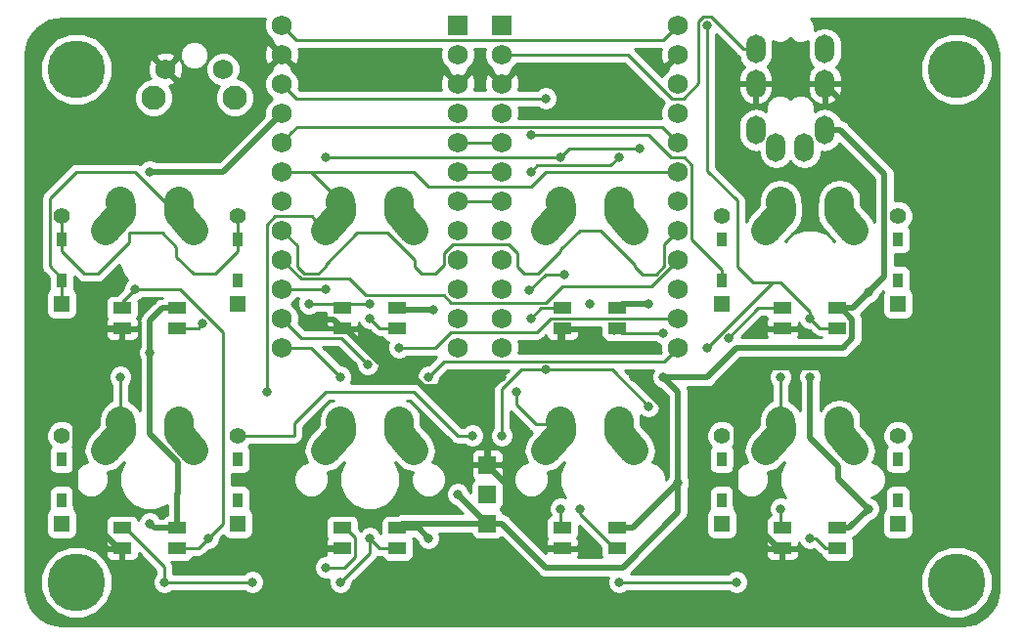
<source format=gbr>
G04 #@! TF.GenerationSoftware,KiCad,Pcbnew,(5.0.1-3-g963ef8bb5)*
G04 #@! TF.CreationDate,2019-01-31T02:17:08+09:00*
G04 #@! TF.ProjectId,mykeyboard,6D796B6579626F6172642E6B69636164,rev?*
G04 #@! TF.SameCoordinates,Original*
G04 #@! TF.FileFunction,Copper,L2,Bot,Signal*
G04 #@! TF.FilePolarity,Positive*
%FSLAX46Y46*%
G04 Gerber Fmt 4.6, Leading zero omitted, Abs format (unit mm)*
G04 Created by KiCad (PCBNEW (5.0.1-3-g963ef8bb5)) date 2019 January 31, Thursday 02:17:08*
%MOMM*%
%LPD*%
G01*
G04 APERTURE LIST*
G04 #@! TA.AperFunction,WasherPad*
%ADD10C,5.000000*%
G04 #@! TD*
G04 #@! TA.AperFunction,SMDPad,CuDef*
%ADD11C,2.500000*%
G04 #@! TD*
G04 #@! TA.AperFunction,Conductor*
%ADD12C,2.500000*%
G04 #@! TD*
G04 #@! TA.AperFunction,ComponentPad*
%ADD13C,2.000000*%
G04 #@! TD*
G04 #@! TA.AperFunction,ComponentPad*
%ADD14C,1.752600*%
G04 #@! TD*
G04 #@! TA.AperFunction,ComponentPad*
%ADD15R,1.752600X1.752600*%
G04 #@! TD*
G04 #@! TA.AperFunction,SMDPad,CuDef*
%ADD16R,0.950000X1.300000*%
G04 #@! TD*
G04 #@! TA.AperFunction,ComponentPad*
%ADD17C,1.397000*%
G04 #@! TD*
G04 #@! TA.AperFunction,ComponentPad*
%ADD18R,1.397000X1.397000*%
G04 #@! TD*
G04 #@! TA.AperFunction,SMDPad,CuDef*
%ADD19R,1.600000X1.000000*%
G04 #@! TD*
G04 #@! TA.AperFunction,SMDPad,CuDef*
%ADD20R,1.524000X1.524000*%
G04 #@! TD*
G04 #@! TA.AperFunction,ComponentPad*
%ADD21O,1.700000X2.500000*%
G04 #@! TD*
G04 #@! TA.AperFunction,ComponentPad*
%ADD22C,2.100000*%
G04 #@! TD*
G04 #@! TA.AperFunction,ComponentPad*
%ADD23C,1.750000*%
G04 #@! TD*
G04 #@! TA.AperFunction,ViaPad*
%ADD24C,0.800000*%
G04 #@! TD*
G04 #@! TA.AperFunction,Conductor*
%ADD25C,0.250000*%
G04 #@! TD*
G04 #@! TA.AperFunction,Conductor*
%ADD26C,0.500000*%
G04 #@! TD*
G04 #@! TA.AperFunction,Conductor*
%ADD27C,0.254000*%
G04 #@! TD*
G04 APERTURE END LIST*
D10*
G04 #@! TO.P,Ref\002A\002A,*
G04 #@! TO.N,*
X187960000Y-80010000D03*
G04 #@! TD*
G04 #@! TO.P,Ref\002A\002A,*
G04 #@! TO.N,*
X187960000Y-124460000D03*
G04 #@! TD*
G04 #@! TO.P,Ref\002A\002A,*
G04 #@! TO.N,*
X111760000Y-124460000D03*
G04 #@! TD*
G04 #@! TO.P,Ref\002A\002A,*
G04 #@! TO.N,*
X111760000Y-80010000D03*
G04 #@! TD*
D11*
G04 #@! TO.P,SW4,2*
G04 #@! TO.N,Net-(D4-Pad1)*
X139680000Y-110780000D03*
D12*
G04 #@! TD*
G04 #@! TO.N,Net-(D4-Pad1)*
G04 #@! TO.C,SW4*
X139699999Y-110490000D02*
X139660001Y-111070000D01*
D13*
G04 #@! TO.P,SW4,1*
G04 #@! TO.N,col1*
X134620000Y-110490000D03*
X134660000Y-111070000D03*
D11*
X134640000Y-110780000D03*
D12*
G04 #@! TD*
G04 #@! TO.N,col1*
G04 #@! TO.C,SW4*
X134620001Y-110490000D02*
X134659999Y-111070000D01*
D13*
G04 #@! TO.P,SW4,2*
G04 #@! TO.N,Net-(D4-Pad1)*
X140970000Y-113030000D03*
X139660000Y-111570000D03*
D11*
G04 #@! TO.P,SW4,1*
G04 #@! TO.N,col1*
X134005000Y-112300000D03*
D12*
G04 #@! TD*
G04 #@! TO.N,col1*
G04 #@! TO.C,SW4*
X133350005Y-113030004D02*
X134659995Y-111569996D01*
D11*
G04 #@! TO.P,SW4,2*
G04 #@! TO.N,Net-(D4-Pad1)*
X140315000Y-112300000D03*
D12*
G04 #@! TD*
G04 #@! TO.N,Net-(D4-Pad1)*
G04 #@! TO.C,SW4*
X140969995Y-113030004D02*
X139660005Y-111569996D01*
D13*
G04 #@! TO.P,SW4,1*
G04 #@! TO.N,col1*
X133350000Y-113030000D03*
X134660000Y-111570000D03*
G04 #@! TO.P,SW4,2*
G04 #@! TO.N,Net-(D4-Pad1)*
X139700000Y-110490000D03*
X139660000Y-111070000D03*
G04 #@! TD*
D14*
G04 #@! TO.P,U1,24*
G04 #@! TO.N,Net-(U1-Pad24)*
X163830000Y-76200000D03*
G04 #@! TO.P,U1,12*
G04 #@! TO.N,Net-(U1-Pad12)*
X148590000Y-104140000D03*
G04 #@! TO.P,U1,23*
G04 #@! TO.N,GND*
X163830000Y-78740000D03*
G04 #@! TO.P,U1,22*
G04 #@! TO.N,reset*
X163830000Y-81280000D03*
G04 #@! TO.P,U1,21*
G04 #@! TO.N,VCC*
X163830000Y-83820000D03*
G04 #@! TO.P,U1,20*
G04 #@! TO.N,col0*
X163830000Y-86360000D03*
G04 #@! TO.P,U1,19*
G04 #@! TO.N,col1*
X163830000Y-88900000D03*
G04 #@! TO.P,U1,18*
G04 #@! TO.N,col2*
X163830000Y-91440000D03*
G04 #@! TO.P,U1,17*
G04 #@! TO.N,col3*
X163830000Y-93980000D03*
G04 #@! TO.P,U1,16*
G04 #@! TO.N,Net-(U1-Pad16)*
X163830000Y-96520000D03*
G04 #@! TO.P,U1,15*
G04 #@! TO.N,Net-(U1-Pad15)*
X163830000Y-99060000D03*
G04 #@! TO.P,U1,14*
G04 #@! TO.N,Net-(U1-Pad14)*
X163830000Y-101600000D03*
G04 #@! TO.P,U1,13*
G04 #@! TO.N,Net-(U1-Pad13)*
X163830000Y-104140000D03*
G04 #@! TO.P,U1,11*
G04 #@! TO.N,Net-(U1-Pad11)*
X148590000Y-101600000D03*
G04 #@! TO.P,U1,10*
G04 #@! TO.N,Net-(U1-Pad10)*
X148590000Y-99060000D03*
G04 #@! TO.P,U1,9*
G04 #@! TO.N,Net-(U1-Pad9)*
X148590000Y-96520000D03*
G04 #@! TO.P,U1,8*
G04 #@! TO.N,row1*
X148590000Y-93980000D03*
G04 #@! TO.P,U1,7*
G04 #@! TO.N,row0*
X148590000Y-91440000D03*
G04 #@! TO.P,U1,6*
G04 #@! TO.N,Net-(U1-Pad6)*
X148590000Y-88900000D03*
G04 #@! TO.P,U1,5*
G04 #@! TO.N,Net-(U1-Pad5)*
X148590000Y-86360000D03*
G04 #@! TO.P,U1,4*
G04 #@! TO.N,GND*
X148590000Y-83820000D03*
G04 #@! TO.P,U1,3*
X148590000Y-81280000D03*
G04 #@! TO.P,U1,2*
G04 #@! TO.N,data*
X148590000Y-78740000D03*
D15*
G04 #@! TO.P,U1,1*
G04 #@! TO.N,led*
X148590000Y-76200000D03*
G04 #@! TD*
G04 #@! TO.P,U1,1*
G04 #@! TO.N,led*
X144780000Y-76200000D03*
D14*
G04 #@! TO.P,U1,2*
G04 #@! TO.N,data*
X144780000Y-78740000D03*
G04 #@! TO.P,U1,3*
G04 #@! TO.N,GND*
X144780000Y-81280000D03*
G04 #@! TO.P,U1,4*
X144780000Y-83820000D03*
G04 #@! TO.P,U1,5*
G04 #@! TO.N,Net-(U1-Pad5)*
X144780000Y-86360000D03*
G04 #@! TO.P,U1,6*
G04 #@! TO.N,Net-(U1-Pad6)*
X144780000Y-88900000D03*
G04 #@! TO.P,U1,7*
G04 #@! TO.N,row0*
X144780000Y-91440000D03*
G04 #@! TO.P,U1,8*
G04 #@! TO.N,row1*
X144780000Y-93980000D03*
G04 #@! TO.P,U1,9*
G04 #@! TO.N,Net-(U1-Pad9)*
X144780000Y-96520000D03*
G04 #@! TO.P,U1,10*
G04 #@! TO.N,Net-(U1-Pad10)*
X144780000Y-99060000D03*
G04 #@! TO.P,U1,11*
G04 #@! TO.N,Net-(U1-Pad11)*
X144780000Y-101600000D03*
G04 #@! TO.P,U1,13*
G04 #@! TO.N,Net-(U1-Pad13)*
X129540000Y-104140000D03*
G04 #@! TO.P,U1,14*
G04 #@! TO.N,Net-(U1-Pad14)*
X129540000Y-101600000D03*
G04 #@! TO.P,U1,15*
G04 #@! TO.N,Net-(U1-Pad15)*
X129540000Y-99060000D03*
G04 #@! TO.P,U1,16*
G04 #@! TO.N,Net-(U1-Pad16)*
X129540000Y-96520000D03*
G04 #@! TO.P,U1,17*
G04 #@! TO.N,col3*
X129540000Y-93980000D03*
G04 #@! TO.P,U1,18*
G04 #@! TO.N,col2*
X129540000Y-91440000D03*
G04 #@! TO.P,U1,19*
G04 #@! TO.N,col1*
X129540000Y-88900000D03*
G04 #@! TO.P,U1,20*
G04 #@! TO.N,col0*
X129540000Y-86360000D03*
G04 #@! TO.P,U1,21*
G04 #@! TO.N,VCC*
X129540000Y-83820000D03*
G04 #@! TO.P,U1,22*
G04 #@! TO.N,reset*
X129540000Y-81280000D03*
G04 #@! TO.P,U1,23*
G04 #@! TO.N,GND*
X129540000Y-78740000D03*
G04 #@! TO.P,U1,12*
G04 #@! TO.N,Net-(U1-Pad12)*
X144780000Y-104140000D03*
G04 #@! TO.P,U1,24*
G04 #@! TO.N,Net-(U1-Pad24)*
X129540000Y-76200000D03*
G04 #@! TD*
D11*
G04 #@! TO.P,SW8,2*
G04 #@! TO.N,Net-(D8-Pad1)*
X177780000Y-110780000D03*
D12*
G04 #@! TD*
G04 #@! TO.N,Net-(D8-Pad1)*
G04 #@! TO.C,SW8*
X177799999Y-110490000D02*
X177760001Y-111070000D01*
D13*
G04 #@! TO.P,SW8,1*
G04 #@! TO.N,col3*
X172720000Y-110490000D03*
X172760000Y-111070000D03*
D11*
X172740000Y-110780000D03*
D12*
G04 #@! TD*
G04 #@! TO.N,col3*
G04 #@! TO.C,SW8*
X172720001Y-110490000D02*
X172759999Y-111070000D01*
D13*
G04 #@! TO.P,SW8,2*
G04 #@! TO.N,Net-(D8-Pad1)*
X179070000Y-113030000D03*
X177760000Y-111570000D03*
D11*
G04 #@! TO.P,SW8,1*
G04 #@! TO.N,col3*
X172105000Y-112300000D03*
D12*
G04 #@! TD*
G04 #@! TO.N,col3*
G04 #@! TO.C,SW8*
X171450005Y-113030004D02*
X172759995Y-111569996D01*
D11*
G04 #@! TO.P,SW8,2*
G04 #@! TO.N,Net-(D8-Pad1)*
X178415000Y-112300000D03*
D12*
G04 #@! TD*
G04 #@! TO.N,Net-(D8-Pad1)*
G04 #@! TO.C,SW8*
X179069995Y-113030004D02*
X177760005Y-111569996D01*
D13*
G04 #@! TO.P,SW8,1*
G04 #@! TO.N,col3*
X171450000Y-113030000D03*
X172760000Y-111570000D03*
G04 #@! TO.P,SW8,2*
G04 #@! TO.N,Net-(D8-Pad1)*
X177800000Y-110490000D03*
X177760000Y-111070000D03*
G04 #@! TD*
G04 #@! TO.P,SW7,2*
G04 #@! TO.N,Net-(D7-Pad1)*
X177760000Y-92020000D03*
X177800000Y-91440000D03*
G04 #@! TO.P,SW7,1*
G04 #@! TO.N,col3*
X172760000Y-92520000D03*
X171450000Y-93980000D03*
D11*
G04 #@! TO.P,SW7,2*
G04 #@! TO.N,Net-(D7-Pad1)*
X178415000Y-93250000D03*
D12*
G04 #@! TD*
G04 #@! TO.N,Net-(D7-Pad1)*
G04 #@! TO.C,SW7*
X179069995Y-93980004D02*
X177760005Y-92519996D01*
D11*
G04 #@! TO.P,SW7,1*
G04 #@! TO.N,col3*
X172105000Y-93250000D03*
D12*
G04 #@! TD*
G04 #@! TO.N,col3*
G04 #@! TO.C,SW7*
X171450005Y-93980004D02*
X172759995Y-92519996D01*
D13*
G04 #@! TO.P,SW7,2*
G04 #@! TO.N,Net-(D7-Pad1)*
X177760000Y-92520000D03*
X179070000Y-93980000D03*
D11*
G04 #@! TO.P,SW7,1*
G04 #@! TO.N,col3*
X172740000Y-91730000D03*
D12*
G04 #@! TD*
G04 #@! TO.N,col3*
G04 #@! TO.C,SW7*
X172720001Y-91440000D02*
X172759999Y-92020000D01*
D13*
G04 #@! TO.P,SW7,1*
G04 #@! TO.N,col3*
X172760000Y-92020000D03*
X172720000Y-91440000D03*
D11*
G04 #@! TO.P,SW7,2*
G04 #@! TO.N,Net-(D7-Pad1)*
X177780000Y-91730000D03*
D12*
G04 #@! TD*
G04 #@! TO.N,Net-(D7-Pad1)*
G04 #@! TO.C,SW7*
X177799999Y-91440000D02*
X177760001Y-92020000D01*
D11*
G04 #@! TO.P,SW6,2*
G04 #@! TO.N,Net-(D6-Pad1)*
X158730000Y-110780000D03*
D12*
G04 #@! TD*
G04 #@! TO.N,Net-(D6-Pad1)*
G04 #@! TO.C,SW6*
X158749999Y-110490000D02*
X158710001Y-111070000D01*
D13*
G04 #@! TO.P,SW6,1*
G04 #@! TO.N,col2*
X153670000Y-110490000D03*
X153710000Y-111070000D03*
D11*
X153690000Y-110780000D03*
D12*
G04 #@! TD*
G04 #@! TO.N,col2*
G04 #@! TO.C,SW6*
X153670001Y-110490000D02*
X153709999Y-111070000D01*
D13*
G04 #@! TO.P,SW6,2*
G04 #@! TO.N,Net-(D6-Pad1)*
X160020000Y-113030000D03*
X158710000Y-111570000D03*
D11*
G04 #@! TO.P,SW6,1*
G04 #@! TO.N,col2*
X153055000Y-112300000D03*
D12*
G04 #@! TD*
G04 #@! TO.N,col2*
G04 #@! TO.C,SW6*
X152400005Y-113030004D02*
X153709995Y-111569996D01*
D11*
G04 #@! TO.P,SW6,2*
G04 #@! TO.N,Net-(D6-Pad1)*
X159365000Y-112300000D03*
D12*
G04 #@! TD*
G04 #@! TO.N,Net-(D6-Pad1)*
G04 #@! TO.C,SW6*
X160019995Y-113030004D02*
X158710005Y-111569996D01*
D13*
G04 #@! TO.P,SW6,1*
G04 #@! TO.N,col2*
X152400000Y-113030000D03*
X153710000Y-111570000D03*
G04 #@! TO.P,SW6,2*
G04 #@! TO.N,Net-(D6-Pad1)*
X158750000Y-110490000D03*
X158710000Y-111070000D03*
G04 #@! TD*
G04 #@! TO.P,SW5,2*
G04 #@! TO.N,Net-(D5-Pad1)*
X158710000Y-92020000D03*
X158750000Y-91440000D03*
G04 #@! TO.P,SW5,1*
G04 #@! TO.N,col2*
X153710000Y-92520000D03*
X152400000Y-93980000D03*
D11*
G04 #@! TO.P,SW5,2*
G04 #@! TO.N,Net-(D5-Pad1)*
X159365000Y-93250000D03*
D12*
G04 #@! TD*
G04 #@! TO.N,Net-(D5-Pad1)*
G04 #@! TO.C,SW5*
X160019995Y-93980004D02*
X158710005Y-92519996D01*
D11*
G04 #@! TO.P,SW5,1*
G04 #@! TO.N,col2*
X153055000Y-93250000D03*
D12*
G04 #@! TD*
G04 #@! TO.N,col2*
G04 #@! TO.C,SW5*
X152400005Y-93980004D02*
X153709995Y-92519996D01*
D13*
G04 #@! TO.P,SW5,2*
G04 #@! TO.N,Net-(D5-Pad1)*
X158710000Y-92520000D03*
X160020000Y-93980000D03*
D11*
G04 #@! TO.P,SW5,1*
G04 #@! TO.N,col2*
X153690000Y-91730000D03*
D12*
G04 #@! TD*
G04 #@! TO.N,col2*
G04 #@! TO.C,SW5*
X153670001Y-91440000D02*
X153709999Y-92020000D01*
D13*
G04 #@! TO.P,SW5,1*
G04 #@! TO.N,col2*
X153710000Y-92020000D03*
X153670000Y-91440000D03*
D11*
G04 #@! TO.P,SW5,2*
G04 #@! TO.N,Net-(D5-Pad1)*
X158730000Y-91730000D03*
D12*
G04 #@! TD*
G04 #@! TO.N,Net-(D5-Pad1)*
G04 #@! TO.C,SW5*
X158749999Y-91440000D02*
X158710001Y-92020000D01*
D13*
G04 #@! TO.P,SW3,2*
G04 #@! TO.N,Net-(D3-Pad1)*
X139660000Y-92020000D03*
X139700000Y-91440000D03*
G04 #@! TO.P,SW3,1*
G04 #@! TO.N,col1*
X134660000Y-92520000D03*
X133350000Y-93980000D03*
D11*
G04 #@! TO.P,SW3,2*
G04 #@! TO.N,Net-(D3-Pad1)*
X140315000Y-93250000D03*
D12*
G04 #@! TD*
G04 #@! TO.N,Net-(D3-Pad1)*
G04 #@! TO.C,SW3*
X140969995Y-93980004D02*
X139660005Y-92519996D01*
D11*
G04 #@! TO.P,SW3,1*
G04 #@! TO.N,col1*
X134005000Y-93250000D03*
D12*
G04 #@! TD*
G04 #@! TO.N,col1*
G04 #@! TO.C,SW3*
X133350005Y-93980004D02*
X134659995Y-92519996D01*
D13*
G04 #@! TO.P,SW3,2*
G04 #@! TO.N,Net-(D3-Pad1)*
X139660000Y-92520000D03*
X140970000Y-93980000D03*
D11*
G04 #@! TO.P,SW3,1*
G04 #@! TO.N,col1*
X134640000Y-91730000D03*
D12*
G04 #@! TD*
G04 #@! TO.N,col1*
G04 #@! TO.C,SW3*
X134620001Y-91440000D02*
X134659999Y-92020000D01*
D13*
G04 #@! TO.P,SW3,1*
G04 #@! TO.N,col1*
X134660000Y-92020000D03*
X134620000Y-91440000D03*
D11*
G04 #@! TO.P,SW3,2*
G04 #@! TO.N,Net-(D3-Pad1)*
X139680000Y-91730000D03*
D12*
G04 #@! TD*
G04 #@! TO.N,Net-(D3-Pad1)*
G04 #@! TO.C,SW3*
X139699999Y-91440000D02*
X139660001Y-92020000D01*
D11*
G04 #@! TO.P,SW2,2*
G04 #@! TO.N,Net-(D2-Pad1)*
X120630000Y-110780000D03*
D12*
G04 #@! TD*
G04 #@! TO.N,Net-(D2-Pad1)*
G04 #@! TO.C,SW2*
X120649999Y-110490000D02*
X120610001Y-111070000D01*
D13*
G04 #@! TO.P,SW2,1*
G04 #@! TO.N,col0*
X115570000Y-110490000D03*
X115610000Y-111070000D03*
D11*
X115590000Y-110780000D03*
D12*
G04 #@! TD*
G04 #@! TO.N,col0*
G04 #@! TO.C,SW2*
X115570001Y-110490000D02*
X115609999Y-111070000D01*
D13*
G04 #@! TO.P,SW2,2*
G04 #@! TO.N,Net-(D2-Pad1)*
X121920000Y-113030000D03*
X120610000Y-111570000D03*
D11*
G04 #@! TO.P,SW2,1*
G04 #@! TO.N,col0*
X114955000Y-112300000D03*
D12*
G04 #@! TD*
G04 #@! TO.N,col0*
G04 #@! TO.C,SW2*
X114300005Y-113030004D02*
X115609995Y-111569996D01*
D11*
G04 #@! TO.P,SW2,2*
G04 #@! TO.N,Net-(D2-Pad1)*
X121265000Y-112300000D03*
D12*
G04 #@! TD*
G04 #@! TO.N,Net-(D2-Pad1)*
G04 #@! TO.C,SW2*
X121919995Y-113030004D02*
X120610005Y-111569996D01*
D13*
G04 #@! TO.P,SW2,1*
G04 #@! TO.N,col0*
X114300000Y-113030000D03*
X115610000Y-111570000D03*
G04 #@! TO.P,SW2,2*
G04 #@! TO.N,Net-(D2-Pad1)*
X120650000Y-110490000D03*
X120610000Y-111070000D03*
G04 #@! TD*
G04 #@! TO.P,SW1,2*
G04 #@! TO.N,Net-(D1-Pad1)*
X120610000Y-92020000D03*
X120650000Y-91440000D03*
G04 #@! TO.P,SW1,1*
G04 #@! TO.N,col0*
X115610000Y-92520000D03*
X114300000Y-93980000D03*
D11*
G04 #@! TO.P,SW1,2*
G04 #@! TO.N,Net-(D1-Pad1)*
X121265000Y-93250000D03*
D12*
G04 #@! TD*
G04 #@! TO.N,Net-(D1-Pad1)*
G04 #@! TO.C,SW1*
X121919995Y-93980004D02*
X120610005Y-92519996D01*
D11*
G04 #@! TO.P,SW1,1*
G04 #@! TO.N,col0*
X114955000Y-93250000D03*
D12*
G04 #@! TD*
G04 #@! TO.N,col0*
G04 #@! TO.C,SW1*
X114300005Y-93980004D02*
X115609995Y-92519996D01*
D13*
G04 #@! TO.P,SW1,2*
G04 #@! TO.N,Net-(D1-Pad1)*
X120610000Y-92520000D03*
X121920000Y-93980000D03*
D11*
G04 #@! TO.P,SW1,1*
G04 #@! TO.N,col0*
X115590000Y-91730000D03*
D12*
G04 #@! TD*
G04 #@! TO.N,col0*
G04 #@! TO.C,SW1*
X115570001Y-91440000D02*
X115609999Y-92020000D01*
D13*
G04 #@! TO.P,SW1,1*
G04 #@! TO.N,col0*
X115610000Y-92020000D03*
X115570000Y-91440000D03*
D11*
G04 #@! TO.P,SW1,2*
G04 #@! TO.N,Net-(D1-Pad1)*
X120630000Y-91730000D03*
D12*
G04 #@! TD*
G04 #@! TO.N,Net-(D1-Pad1)*
G04 #@! TO.C,SW1*
X120649999Y-91440000D02*
X120610001Y-92020000D01*
D16*
G04 #@! TO.P,D8,2*
G04 #@! TO.N,row1*
X182880000Y-113795000D03*
D17*
X182880000Y-111760000D03*
D18*
G04 #@! TO.P,D8,1*
G04 #@! TO.N,Net-(D8-Pad1)*
X182880000Y-119380000D03*
D16*
X182880000Y-117345000D03*
G04 #@! TD*
G04 #@! TO.P,D7,1*
G04 #@! TO.N,Net-(D7-Pad1)*
X182880000Y-98295000D03*
D18*
X182880000Y-100330000D03*
D17*
G04 #@! TO.P,D7,2*
G04 #@! TO.N,row0*
X182880000Y-92710000D03*
D16*
X182880000Y-94745000D03*
G04 #@! TD*
G04 #@! TO.P,D6,2*
G04 #@! TO.N,row1*
X167640000Y-113795000D03*
D17*
X167640000Y-111760000D03*
D18*
G04 #@! TO.P,D6,1*
G04 #@! TO.N,Net-(D6-Pad1)*
X167640000Y-119380000D03*
D16*
X167640000Y-117345000D03*
G04 #@! TD*
G04 #@! TO.P,D5,1*
G04 #@! TO.N,Net-(D5-Pad1)*
X125730000Y-98295000D03*
D18*
X125730000Y-100330000D03*
D17*
G04 #@! TO.P,D5,2*
G04 #@! TO.N,row0*
X125730000Y-92710000D03*
D16*
X125730000Y-94745000D03*
G04 #@! TD*
G04 #@! TO.P,D4,1*
G04 #@! TO.N,Net-(D4-Pad1)*
X125730000Y-117345000D03*
D18*
X125730000Y-119380000D03*
D17*
G04 #@! TO.P,D4,2*
G04 #@! TO.N,row1*
X125730000Y-111760000D03*
D16*
X125730000Y-113795000D03*
G04 #@! TD*
G04 #@! TO.P,D3,1*
G04 #@! TO.N,Net-(D3-Pad1)*
X167640000Y-98295000D03*
D18*
X167640000Y-100330000D03*
D17*
G04 #@! TO.P,D3,2*
G04 #@! TO.N,row0*
X167640000Y-92710000D03*
D16*
X167640000Y-94745000D03*
G04 #@! TD*
G04 #@! TO.P,D2,2*
G04 #@! TO.N,row1*
X110490000Y-113795000D03*
D17*
X110490000Y-111760000D03*
D18*
G04 #@! TO.P,D2,1*
G04 #@! TO.N,Net-(D2-Pad1)*
X110490000Y-119380000D03*
D16*
X110490000Y-117345000D03*
G04 #@! TD*
G04 #@! TO.P,D1,1*
G04 #@! TO.N,Net-(D1-Pad1)*
X110490000Y-98295000D03*
D18*
X110490000Y-100330000D03*
D17*
G04 #@! TO.P,D1,2*
G04 #@! TO.N,row0*
X110490000Y-92710000D03*
D16*
X110490000Y-94745000D03*
G04 #@! TD*
D19*
G04 #@! TO.P,L8,2*
G04 #@! TO.N,GND*
X172860000Y-121525000D03*
G04 #@! TO.P,L8,1*
G04 #@! TO.N,Net-(L8-Pad1)*
X172860000Y-119775000D03*
G04 #@! TO.P,L8,4*
G04 #@! TO.N,VCC*
X177660000Y-119775000D03*
G04 #@! TO.P,L8,3*
G04 #@! TO.N,Net-(L6-Pad1)*
X177660000Y-121525000D03*
G04 #@! TD*
G04 #@! TO.P,L7,3*
G04 #@! TO.N,led*
X177660000Y-102475000D03*
G04 #@! TO.P,L7,4*
G04 #@! TO.N,VCC*
X177660000Y-100725000D03*
G04 #@! TO.P,L7,1*
G04 #@! TO.N,Net-(L5-Pad3)*
X172860000Y-100725000D03*
G04 #@! TO.P,L7,2*
G04 #@! TO.N,GND*
X172860000Y-102475000D03*
G04 #@! TD*
G04 #@! TO.P,L6,2*
G04 #@! TO.N,GND*
X153810000Y-121525000D03*
G04 #@! TO.P,L6,1*
G04 #@! TO.N,Net-(L6-Pad1)*
X153810000Y-119775000D03*
G04 #@! TO.P,L6,4*
G04 #@! TO.N,VCC*
X158610000Y-119775000D03*
G04 #@! TO.P,L6,3*
G04 #@! TO.N,Net-(L4-Pad1)*
X158610000Y-121525000D03*
G04 #@! TD*
G04 #@! TO.P,L5,3*
G04 #@! TO.N,Net-(L5-Pad3)*
X158610000Y-102475000D03*
G04 #@! TO.P,L5,4*
G04 #@! TO.N,VCC*
X158610000Y-100725000D03*
G04 #@! TO.P,L5,1*
G04 #@! TO.N,Net-(L3-Pad3)*
X153810000Y-100725000D03*
G04 #@! TO.P,L5,2*
G04 #@! TO.N,GND*
X153810000Y-102475000D03*
G04 #@! TD*
G04 #@! TO.P,L4,2*
G04 #@! TO.N,GND*
X134760000Y-121525000D03*
G04 #@! TO.P,L4,1*
G04 #@! TO.N,Net-(L4-Pad1)*
X134760000Y-119775000D03*
G04 #@! TO.P,L4,4*
G04 #@! TO.N,VCC*
X139560000Y-119775000D03*
G04 #@! TO.P,L4,3*
G04 #@! TO.N,Net-(L2-Pad1)*
X139560000Y-121525000D03*
G04 #@! TD*
G04 #@! TO.P,L3,3*
G04 #@! TO.N,Net-(L3-Pad3)*
X139560000Y-102475000D03*
G04 #@! TO.P,L3,4*
G04 #@! TO.N,VCC*
X139560000Y-100725000D03*
G04 #@! TO.P,L3,1*
G04 #@! TO.N,Net-(L1-Pad3)*
X134760000Y-100725000D03*
G04 #@! TO.P,L3,2*
G04 #@! TO.N,GND*
X134760000Y-102475000D03*
G04 #@! TD*
G04 #@! TO.P,L2,2*
G04 #@! TO.N,GND*
X115710000Y-121525000D03*
G04 #@! TO.P,L2,1*
G04 #@! TO.N,Net-(L2-Pad1)*
X115710000Y-119775000D03*
G04 #@! TO.P,L2,4*
G04 #@! TO.N,VCC*
X120510000Y-119775000D03*
G04 #@! TO.P,L2,3*
G04 #@! TO.N,Net-(L1-Pad1)*
X120510000Y-121525000D03*
G04 #@! TD*
G04 #@! TO.P,L1,3*
G04 #@! TO.N,Net-(L1-Pad3)*
X120510000Y-102475000D03*
G04 #@! TO.P,L1,4*
G04 #@! TO.N,VCC*
X120510000Y-100725000D03*
G04 #@! TO.P,L1,1*
G04 #@! TO.N,Net-(L1-Pad1)*
X115710000Y-100725000D03*
G04 #@! TO.P,L1,2*
G04 #@! TO.N,GND*
X115710000Y-102475000D03*
G04 #@! TD*
D20*
G04 #@! TO.P,J2,1*
G04 #@! TO.N,VCC*
X147320000Y-119380000D03*
G04 #@! TO.P,J2,2*
G04 #@! TO.N,led*
X147320000Y-116840000D03*
G04 #@! TO.P,J2,3*
G04 #@! TO.N,GND*
X147320000Y-114300000D03*
G04 #@! TD*
D21*
G04 #@! TO.P,J1,A*
G04 #@! TO.N,Net-(J1-PadA)*
X174780000Y-86780000D03*
G04 #@! TO.P,J1,D*
G04 #@! TO.N,VCC*
X170580000Y-85280000D03*
G04 #@! TO.P,J1,C*
G04 #@! TO.N,GND*
X170580000Y-81280000D03*
G04 #@! TO.P,J1,B*
G04 #@! TO.N,data*
X170580000Y-78280000D03*
G04 #@! TO.P,J1,C*
G04 #@! TO.N,GND*
X176530000Y-81280000D03*
G04 #@! TO.P,J1,B*
G04 #@! TO.N,data*
X176530000Y-78280000D03*
G04 #@! TO.P,J1,A*
G04 #@! TO.N,Net-(J1-PadA)*
X172330000Y-86780000D03*
G04 #@! TO.P,J1,D*
G04 #@! TO.N,VCC*
X176530000Y-85280000D03*
G04 #@! TD*
D22*
G04 #@! TO.P,SW9,*
G04 #@! TO.N,*
X118450000Y-82500000D03*
D23*
G04 #@! TO.P,SW9,2*
G04 #@! TO.N,GND*
X119460000Y-80010000D03*
G04 #@! TO.P,SW9,1*
G04 #@! TO.N,reset*
X124460000Y-80010000D03*
D22*
G04 #@! TO.P,SW9,*
G04 #@! TO.N,*
X125460000Y-82500000D03*
G04 #@! TD*
D24*
G04 #@! TO.N,row0*
X151130000Y-88900000D03*
X158750000Y-87630000D03*
G04 #@! TO.N,row1*
X161290000Y-109220000D03*
X152400000Y-106066301D03*
X146050000Y-111760000D03*
X148590000Y-111760000D03*
G04 #@! TO.N,Net-(D3-Pad1)*
X151130000Y-85746301D03*
G04 #@! TO.N,VCC*
X180340000Y-99345000D03*
X162560000Y-106680000D03*
X161290000Y-100330000D03*
X175260000Y-106680000D03*
X180340000Y-118110000D03*
X163830000Y-115855000D03*
X144780000Y-116840000D03*
X142240000Y-120650000D03*
X118110000Y-119380000D03*
X118110000Y-88900000D03*
X142620246Y-100875000D03*
X118110000Y-104575000D03*
G04 #@! TO.N,GND*
X185420000Y-100330000D03*
X185420000Y-90170000D03*
X168910000Y-107950000D03*
X170415000Y-119380000D03*
X153670000Y-104140000D03*
X157480000Y-104140000D03*
X157480000Y-104140000D03*
X160020000Y-106680000D03*
X162560000Y-109220000D03*
X151130000Y-104140000D03*
X148590000Y-106680000D03*
X149860000Y-116840000D03*
X151635000Y-120650000D03*
X132080000Y-120650000D03*
X113030000Y-101600000D03*
X132211616Y-101731616D03*
X173990000Y-105829999D03*
X113265000Y-119380000D03*
G04 #@! TO.N,col0*
X115570000Y-106680000D03*
G04 #@! TO.N,col1*
X128270000Y-107950000D03*
G04 #@! TO.N,col2*
X153670000Y-87630000D03*
X149860000Y-107950000D03*
X156210000Y-100330000D03*
X133350000Y-87630000D03*
X160564999Y-86904999D03*
G04 #@! TO.N,col3*
X172720000Y-106680000D03*
G04 #@! TO.N,reset*
X152400000Y-82550000D03*
G04 #@! TO.N,Net-(U1-Pad15)*
X133350000Y-99060000D03*
X153973437Y-97833815D03*
X150980846Y-99209154D03*
G04 #@! TO.N,Net-(U1-Pad14)*
X136976459Y-105593541D03*
X139700000Y-104140000D03*
G04 #@! TO.N,Net-(U1-Pad13)*
X142240000Y-106680000D03*
X134620000Y-106680000D03*
G04 #@! TO.N,led*
X175260000Y-101600000D03*
X166370000Y-76200000D03*
X166370000Y-104140000D03*
G04 #@! TO.N,Net-(L1-Pad3)*
X122717348Y-102072652D03*
X131899999Y-100330000D03*
X137160000Y-100361625D03*
G04 #@! TO.N,Net-(L1-Pad1)*
X123190000Y-120650000D03*
X116840000Y-99060000D03*
G04 #@! TO.N,Net-(L2-Pad1)*
X127000000Y-124460000D03*
X119380000Y-124460000D03*
X134620000Y-124460000D03*
X137160000Y-120650000D03*
G04 #@! TO.N,Net-(L3-Pad3)*
X137160000Y-101600000D03*
X151130000Y-101600000D03*
G04 #@! TO.N,Net-(L4-Pad1)*
X133350000Y-123190000D03*
X155318026Y-118110000D03*
G04 #@! TO.N,Net-(L5-Pad3)*
X168228735Y-103306571D03*
X162560000Y-102870000D03*
G04 #@! TO.N,Net-(L6-Pad1)*
X175260000Y-120650000D03*
X168910000Y-124460000D03*
X158750000Y-124460000D03*
X153670000Y-118110000D03*
G04 #@! TO.N,Net-(L8-Pad1)*
X172720000Y-118110000D03*
G04 #@! TD*
D25*
G04 #@! TO.N,row0*
X110490000Y-95645000D02*
X110490000Y-94745000D01*
X110490000Y-95793002D02*
X110490000Y-95645000D01*
X112441999Y-97745001D02*
X110490000Y-95793002D01*
X113618001Y-97745001D02*
X112441999Y-97745001D01*
X116303724Y-95059278D02*
X113618001Y-97745001D01*
X116303724Y-94201099D02*
X116303724Y-95059278D01*
X119223073Y-94201099D02*
X116303724Y-94201099D01*
X120428901Y-95406927D02*
X119223073Y-94201099D01*
X120428901Y-96298901D02*
X120428901Y-95406927D01*
X121875001Y-97745001D02*
X120428901Y-96298901D01*
X123778001Y-97745001D02*
X121875001Y-97745001D01*
X125730000Y-95793002D02*
X123778001Y-97745001D01*
X125730000Y-92710000D02*
X125730000Y-95793002D01*
X110490000Y-94745000D02*
X110490000Y-92710000D01*
X148590000Y-91440000D02*
X144780000Y-91440000D01*
X158024999Y-88355001D02*
X158750000Y-87630000D01*
X151674999Y-88355001D02*
X158024999Y-88355001D01*
X151130000Y-88900000D02*
X151674999Y-88355001D01*
G04 #@! TO.N,Net-(D1-Pad1)*
X110490000Y-100330000D02*
X110490000Y-98295000D01*
X119610001Y-91520001D02*
X120610000Y-92520000D01*
X116840000Y-88900000D02*
X121920000Y-93980000D01*
X110490000Y-98120000D02*
X109466499Y-97096499D01*
X109466499Y-91193501D02*
X111760000Y-88900000D01*
X109466499Y-97096499D02*
X109466499Y-91193501D01*
X111760000Y-88900000D02*
X116840000Y-88900000D01*
X110490000Y-98295000D02*
X110490000Y-98120000D01*
G04 #@! TO.N,row1*
X158136301Y-106066301D02*
X152400000Y-106066301D01*
X161290000Y-109220000D02*
X158136301Y-106066301D01*
X125730000Y-111760000D02*
X130613002Y-111760000D01*
X151834315Y-106066301D02*
X152400000Y-106066301D01*
X148590000Y-107753002D02*
X150276701Y-106066301D01*
X150276701Y-106066301D02*
X151834315Y-106066301D01*
X148590000Y-111760000D02*
X148590000Y-107753002D01*
X130613002Y-111760000D02*
X130613002Y-110686998D01*
X130613002Y-110686998D02*
X133350000Y-107950000D01*
X133350000Y-107950000D02*
X140970000Y-107950000D01*
X144780000Y-111760000D02*
X146050000Y-111760000D01*
X140970000Y-107950000D02*
X144780000Y-111760000D01*
G04 #@! TO.N,Net-(D3-Pad1)*
X161300977Y-85746301D02*
X151130000Y-85746301D01*
X163253375Y-87698699D02*
X161300977Y-85746301D01*
X167640000Y-98295000D02*
X167640000Y-97395000D01*
X165031301Y-88323375D02*
X164406625Y-87698699D01*
X164406625Y-87698699D02*
X163253375Y-87698699D01*
X165031301Y-94786301D02*
X165031301Y-88323375D01*
X167640000Y-97395000D02*
X165031301Y-94786301D01*
D26*
G04 #@! TO.N,VCC*
X178960000Y-100725000D02*
X177660000Y-100725000D01*
X181731499Y-89131499D02*
X181731499Y-97953501D01*
X177880000Y-85280000D02*
X181731499Y-89131499D01*
X176530000Y-85280000D02*
X177880000Y-85280000D01*
X180340000Y-99345000D02*
X178960000Y-100725000D01*
X181731499Y-97953501D02*
X180340000Y-99345000D01*
X178910001Y-103335001D02*
X178105002Y-104140000D01*
X178910001Y-101675001D02*
X178910001Y-103335001D01*
X177960000Y-100725000D02*
X178910001Y-101675001D01*
X177660000Y-100725000D02*
X177960000Y-100725000D01*
X178105002Y-104140000D02*
X171450000Y-104140000D01*
X171450000Y-104140000D02*
X168910000Y-104140000D01*
X168910000Y-104140000D02*
X167640000Y-105410000D01*
X167640000Y-105410000D02*
X166370000Y-106680000D01*
X166370000Y-106680000D02*
X162560000Y-106680000D01*
X159005000Y-100330000D02*
X158610000Y-100725000D01*
X161290000Y-100330000D02*
X159005000Y-100330000D01*
X177960000Y-119775000D02*
X177660000Y-119775000D01*
X175260000Y-106680000D02*
X175260000Y-111953026D01*
X177703901Y-114396927D02*
X177703901Y-115473901D01*
X175260000Y-111953026D02*
X177703901Y-114396927D01*
X177703901Y-115473901D02*
X180340000Y-118110000D01*
X178675000Y-119775000D02*
X180340000Y-118110000D01*
X177660000Y-119775000D02*
X178675000Y-119775000D01*
X159910000Y-119775000D02*
X158610000Y-119775000D01*
X163830000Y-115855000D02*
X159910000Y-119775000D01*
X163830000Y-107950000D02*
X163830000Y-115855000D01*
X162560000Y-106680000D02*
X163830000Y-107950000D01*
X144780000Y-116840000D02*
X147320000Y-119380000D01*
X163830000Y-118415002D02*
X159055002Y-123190000D01*
X163830000Y-115855000D02*
X163830000Y-118415002D01*
X159055002Y-123190000D02*
X152400000Y-123190000D01*
X148590000Y-119380000D02*
X147320000Y-119380000D01*
X152400000Y-123190000D02*
X148590000Y-119380000D01*
X139955000Y-119380000D02*
X139560000Y-119775000D01*
X147320000Y-119380000D02*
X139955000Y-119380000D01*
X141365000Y-119775000D02*
X142240000Y-120650000D01*
X139560000Y-119775000D02*
X141365000Y-119775000D01*
X120553901Y-116743073D02*
X120553901Y-114065502D01*
X120553901Y-114065502D02*
X118110000Y-111621601D01*
X120510000Y-116786974D02*
X120553901Y-116743073D01*
X120510000Y-119775000D02*
X120510000Y-116786974D01*
X119210000Y-100725000D02*
X120510000Y-100725000D01*
X118110000Y-101825000D02*
X119210000Y-100725000D01*
X118505000Y-119775000D02*
X118110000Y-119380000D01*
X120510000Y-119775000D02*
X118505000Y-119775000D01*
X124460000Y-88900000D02*
X129540000Y-83820000D01*
X118110000Y-88900000D02*
X124460000Y-88900000D01*
X139710000Y-100875000D02*
X139560000Y-100725000D01*
X142620246Y-100875000D02*
X139710000Y-100875000D01*
X118110000Y-101825000D02*
X118110000Y-111621601D01*
D25*
G04 #@! TO.N,data*
X169480000Y-78280000D02*
X170580000Y-78280000D01*
X166674999Y-75474999D02*
X169480000Y-78280000D01*
X165644999Y-75851999D02*
X166021999Y-75474999D01*
X165644999Y-81242927D02*
X165644999Y-75851999D01*
X166021999Y-75474999D02*
X166674999Y-75474999D01*
X164337926Y-82550000D02*
X165644999Y-81242927D01*
X163322074Y-82550000D02*
X164337926Y-82550000D01*
X159512074Y-78740000D02*
X163322074Y-82550000D01*
X148590000Y-78740000D02*
X159512074Y-78740000D01*
D26*
G04 #@! TO.N,GND*
X185420000Y-90170000D02*
X176530000Y-81280000D01*
X172560000Y-121525000D02*
X172860000Y-121525000D01*
X168829999Y-114540003D02*
X168829999Y-117794999D01*
X168910000Y-114460002D02*
X168829999Y-114540003D01*
X168910000Y-107950000D02*
X168910000Y-114460002D01*
X170415000Y-119380000D02*
X172560000Y-121525000D01*
X168829999Y-117794999D02*
X170415000Y-119380000D01*
X153670000Y-102615000D02*
X153810000Y-102475000D01*
X153670000Y-104140000D02*
X153670000Y-102615000D01*
X153670000Y-104140000D02*
X157480000Y-104140000D01*
X160020000Y-106680000D02*
X162560000Y-109220000D01*
X153670000Y-104140000D02*
X151130000Y-104140000D01*
X147320000Y-107950000D02*
X147320000Y-114300000D01*
X148590000Y-106680000D02*
X147320000Y-107950000D01*
X147320000Y-114300000D02*
X149860000Y-116840000D01*
X152510000Y-121525000D02*
X153810000Y-121525000D01*
X149860000Y-116840000D02*
X149860000Y-118875000D01*
X151635000Y-120650000D02*
X152510000Y-121525000D01*
X149860000Y-118875000D02*
X151635000Y-120650000D01*
X132955000Y-121525000D02*
X134760000Y-121525000D01*
X132080000Y-120650000D02*
X132955000Y-121525000D01*
X115410000Y-121525000D02*
X115710000Y-121525000D01*
X111679999Y-107505001D02*
X111679999Y-117794999D01*
X115710000Y-103475000D02*
X111679999Y-107505001D01*
X115710000Y-102475000D02*
X115710000Y-103475000D01*
X135060000Y-102475000D02*
X134760000Y-102475000D01*
X113905000Y-102475000D02*
X115710000Y-102475000D01*
X113030000Y-101600000D02*
X113905000Y-102475000D01*
X134016616Y-101731616D02*
X134760000Y-102475000D01*
X132211616Y-101731616D02*
X134016616Y-101731616D01*
X171030001Y-105829999D02*
X168910000Y-107950000D01*
X185420000Y-100330000D02*
X179920001Y-105829999D01*
X173990000Y-105829999D02*
X171030001Y-105829999D01*
X179920001Y-105829999D02*
X173990000Y-105829999D01*
X135060000Y-102475000D02*
X137995000Y-105410000D01*
X137995000Y-105410000D02*
X139700000Y-105410000D01*
X146900001Y-107530001D02*
X147320000Y-107950000D01*
X141820001Y-107530001D02*
X146900001Y-107530001D01*
X139700000Y-105410000D02*
X141820001Y-107530001D01*
X113265000Y-119380000D02*
X115410000Y-121525000D01*
X111679999Y-117794999D02*
X113265000Y-119380000D01*
D25*
G04 #@! TO.N,col0*
X130416299Y-85483701D02*
X129540000Y-86360000D01*
X130878699Y-85021301D02*
X130416299Y-85483701D01*
X162491301Y-85021301D02*
X130878699Y-85021301D01*
X163830000Y-86360000D02*
X162491301Y-85021301D01*
X115570000Y-111530000D02*
X115610000Y-111570000D01*
X115570000Y-106680000D02*
X115570000Y-111530000D01*
G04 #@! TO.N,col1*
X133620001Y-90440001D02*
X134620000Y-91440000D01*
X132080000Y-88900000D02*
X133620001Y-90440001D01*
X129540000Y-88900000D02*
X132080000Y-88900000D01*
X132350001Y-92980001D02*
X133350000Y-93980000D01*
X128963375Y-92778699D02*
X132148699Y-92778699D01*
X132148699Y-92778699D02*
X132350001Y-92980001D01*
X128270000Y-93472074D02*
X128963375Y-92778699D01*
X128270000Y-107950000D02*
X128270000Y-93472074D01*
X151130000Y-90170000D02*
X152400000Y-88900000D01*
X142240000Y-90170000D02*
X151130000Y-90170000D01*
X140970000Y-88900000D02*
X142240000Y-90170000D01*
X162590725Y-88900000D02*
X163830000Y-88900000D01*
X152400000Y-88900000D02*
X162590725Y-88900000D01*
X129540000Y-88900000D02*
X140970000Y-88900000D01*
G04 #@! TO.N,col2*
X142171301Y-87698699D02*
X153601301Y-87698699D01*
X153601301Y-87698699D02*
X153670000Y-87630000D01*
X152337032Y-110780000D02*
X153690000Y-110780000D01*
X149860000Y-109105000D02*
X151535000Y-110780000D01*
X151535000Y-110780000D02*
X152337032Y-110780000D01*
X149860000Y-107950000D02*
X149860000Y-109105000D01*
X133418699Y-87698699D02*
X133350000Y-87630000D01*
X142171301Y-87698699D02*
X133418699Y-87698699D01*
X154395001Y-86904999D02*
X160564999Y-86904999D01*
X153670000Y-87630000D02*
X154395001Y-86904999D01*
G04 #@! TO.N,col3*
X153670000Y-95628026D02*
X155318026Y-93980000D01*
X153670000Y-95793002D02*
X153670000Y-95628026D01*
X151718001Y-97745001D02*
X153670000Y-95793002D01*
X149904999Y-97108001D02*
X150541999Y-97745001D01*
X149904999Y-95919675D02*
X149904999Y-97108001D01*
X149166625Y-95181301D02*
X149904999Y-95919675D01*
X144340773Y-95181301D02*
X149166625Y-95181301D01*
X143578699Y-95943375D02*
X144340773Y-95181301D01*
X143578699Y-96994303D02*
X143578699Y-95943375D01*
X142828001Y-97745001D02*
X143578699Y-96994303D01*
X150541999Y-97745001D02*
X151718001Y-97745001D01*
X131491999Y-97745001D02*
X132668001Y-97745001D01*
X130854999Y-97108001D02*
X131491999Y-97745001D01*
X130854999Y-95294999D02*
X130854999Y-97108001D01*
X129540000Y-93980000D02*
X130854999Y-95294999D01*
X172720000Y-106680000D02*
X172720000Y-110490000D01*
X141651999Y-97745001D02*
X142828001Y-97745001D01*
X141014999Y-97108001D02*
X141651999Y-97745001D01*
X141014999Y-96564999D02*
X141014999Y-97108001D01*
X138651099Y-94201099D02*
X141014999Y-96564999D01*
X136046927Y-94201099D02*
X138651099Y-94201099D01*
X133305001Y-96943025D02*
X136046927Y-94201099D01*
X133305001Y-97108001D02*
X133305001Y-96943025D01*
X132668001Y-97745001D02*
X133305001Y-97108001D01*
X162953701Y-94856299D02*
X163830000Y-93980000D01*
X162628699Y-95181301D02*
X162953701Y-94856299D01*
X162628699Y-97084891D02*
X162628699Y-95181301D01*
X161923590Y-97790000D02*
X162628699Y-97084891D01*
X160746998Y-97790000D02*
X161923590Y-97790000D01*
X160064999Y-97108001D02*
X160746998Y-97790000D01*
X160064999Y-96943025D02*
X160064999Y-97108001D01*
X157101974Y-93980000D02*
X160064999Y-96943025D01*
X155318026Y-93980000D02*
X157101974Y-93980000D01*
G04 #@! TO.N,reset*
X144272074Y-82550000D02*
X152400000Y-82550000D01*
X130810000Y-82550000D02*
X144272074Y-82550000D01*
X129540000Y-81280000D02*
X130810000Y-82550000D01*
G04 #@! TO.N,Net-(U1-Pad24)*
X162953701Y-77076299D02*
X163830000Y-76200000D01*
X162560000Y-77470000D02*
X162953701Y-77076299D01*
X130810000Y-77470000D02*
X162560000Y-77470000D01*
X129540000Y-76200000D02*
X130810000Y-77470000D01*
G04 #@! TO.N,Net-(U1-Pad16)*
X162953701Y-97396299D02*
X163830000Y-96520000D01*
X144203375Y-100261301D02*
X152388697Y-100261301D01*
X161511099Y-98838901D02*
X162953701Y-97396299D01*
X153811097Y-98838901D02*
X161511099Y-98838901D01*
X143578699Y-99636625D02*
X144203375Y-100261301D01*
X136844651Y-99636625D02*
X143578699Y-99636625D01*
X152388697Y-100261301D02*
X153811097Y-98838901D01*
X135403037Y-98195011D02*
X136844651Y-99636625D01*
X131215011Y-98195011D02*
X135403037Y-98195011D01*
X129540000Y-96520000D02*
X131215011Y-98195011D01*
G04 #@! TO.N,Net-(U1-Pad15)*
X129540000Y-99060000D02*
X133350000Y-99060000D01*
X152356185Y-97833815D02*
X153973437Y-97833815D01*
X150980846Y-99209154D02*
X152356185Y-97833815D01*
G04 #@! TO.N,Net-(U1-Pad14)*
X129540000Y-101600000D02*
X131240001Y-103300001D01*
X134682919Y-103300001D02*
X136976459Y-105593541D01*
X131240001Y-103300001D02*
X134682919Y-103300001D01*
X152799998Y-101600000D02*
X162590725Y-101600000D01*
X139700000Y-104140000D02*
X142864676Y-104140000D01*
X151598697Y-102801301D02*
X152799998Y-101600000D01*
X162590725Y-101600000D02*
X163830000Y-101600000D01*
X144203375Y-102801301D02*
X151598697Y-102801301D01*
X142864676Y-104140000D02*
X144203375Y-102801301D01*
G04 #@! TO.N,Net-(U1-Pad13)*
X162953701Y-105016299D02*
X163830000Y-104140000D01*
X162628699Y-105341301D02*
X162953701Y-105016299D01*
X143578699Y-105341301D02*
X142240000Y-106680000D01*
X162628699Y-105341301D02*
X143578699Y-105341301D01*
X132080000Y-104140000D02*
X134620000Y-106680000D01*
X129540000Y-104140000D02*
X132080000Y-104140000D01*
G04 #@! TO.N,Net-(U1-Pad6)*
X144780000Y-88900000D02*
X148590000Y-88900000D01*
G04 #@! TO.N,Net-(U1-Pad5)*
X148590000Y-86360000D02*
X144780000Y-86360000D01*
G04 #@! TO.N,led*
X176135000Y-102475000D02*
X177660000Y-102475000D01*
X175260000Y-101600000D02*
X176135000Y-102475000D01*
X175260000Y-101034315D02*
X172720000Y-98494315D01*
X175260000Y-101600000D02*
X175260000Y-101034315D01*
X172015685Y-98494315D02*
X166370000Y-104140000D01*
X172720000Y-98494315D02*
X172015685Y-98494315D01*
X170341313Y-98494315D02*
X172015685Y-98494315D01*
X168954999Y-97108001D02*
X170341313Y-98494315D01*
X168954999Y-91395001D02*
X168954999Y-97108001D01*
X166370000Y-88810002D02*
X168954999Y-91395001D01*
X166370000Y-76200000D02*
X166370000Y-88810002D01*
G04 #@! TO.N,Net-(L1-Pad3)*
X122315000Y-102475000D02*
X122717348Y-102072652D01*
X120510000Y-102475000D02*
X122315000Y-102475000D01*
X134365000Y-100330000D02*
X134760000Y-100725000D01*
X131899999Y-100330000D02*
X134365000Y-100330000D01*
X135123375Y-100361625D02*
X134760000Y-100725000D01*
X137160000Y-100361625D02*
X135123375Y-100361625D01*
G04 #@! TO.N,Net-(L1-Pad1)*
X122315000Y-121525000D02*
X120510000Y-121525000D01*
X123190000Y-120650000D02*
X122315000Y-121525000D01*
X115710000Y-100190000D02*
X116840000Y-99060000D01*
X115710000Y-100725000D02*
X115710000Y-100190000D01*
X117405685Y-99060000D02*
X116840000Y-99060000D01*
X120730002Y-99060000D02*
X117405685Y-99060000D01*
X124460000Y-119380000D02*
X124460000Y-102789998D01*
X124460000Y-102789998D02*
X120730002Y-99060000D01*
X123190000Y-120650000D02*
X124460000Y-119380000D01*
G04 #@! TO.N,Net-(L2-Pad1)*
X127000000Y-124460000D02*
X119380000Y-124460000D01*
X119380000Y-123894315D02*
X119380000Y-124460000D01*
X119380000Y-123145000D02*
X119380000Y-123894315D01*
X116010000Y-119775000D02*
X119380000Y-123145000D01*
X115710000Y-119775000D02*
X116010000Y-119775000D01*
X138035000Y-121525000D02*
X139560000Y-121525000D01*
X137160000Y-120650000D02*
X138035000Y-121525000D01*
X137160000Y-121920000D02*
X134620000Y-124460000D01*
X137160000Y-120650000D02*
X137160000Y-121920000D01*
G04 #@! TO.N,Net-(L3-Pad3)*
X138035000Y-102475000D02*
X137160000Y-101600000D01*
X139560000Y-102475000D02*
X138035000Y-102475000D01*
X152005000Y-100725000D02*
X153810000Y-100725000D01*
X151130000Y-101600000D02*
X152005000Y-100725000D01*
G04 #@! TO.N,Net-(L4-Pad1)*
X135060000Y-119775000D02*
X135885001Y-120600001D01*
X134760000Y-119775000D02*
X135060000Y-119775000D01*
X134980002Y-123190000D02*
X133350000Y-123190000D01*
X135885001Y-122285001D02*
X134980002Y-123190000D01*
X135885001Y-120600001D02*
X135885001Y-122285001D01*
X155318026Y-118533026D02*
X155318026Y-118110000D01*
X158310000Y-121525000D02*
X155318026Y-118533026D01*
X158610000Y-121525000D02*
X158310000Y-121525000D01*
G04 #@! TO.N,Net-(L5-Pad3)*
X158215000Y-102870000D02*
X158610000Y-102475000D01*
X170810306Y-100725000D02*
X172860000Y-100725000D01*
X168228735Y-103306571D02*
X170810306Y-100725000D01*
X159005000Y-102870000D02*
X158610000Y-102475000D01*
X162560000Y-102870000D02*
X159005000Y-102870000D01*
G04 #@! TO.N,Net-(L6-Pad1)*
X176610000Y-121525000D02*
X175735000Y-120650000D01*
X177660000Y-121525000D02*
X176610000Y-121525000D01*
X175735000Y-120650000D02*
X175260000Y-120650000D01*
X168910000Y-124460000D02*
X158750000Y-124460000D01*
X153670000Y-119635000D02*
X153810000Y-119775000D01*
X153670000Y-118110000D02*
X153670000Y-119635000D01*
G04 #@! TO.N,Net-(L8-Pad1)*
X172720000Y-119635000D02*
X172860000Y-119775000D01*
X172720000Y-118110000D02*
X172720000Y-119635000D01*
G04 #@! TD*
D27*
G04 #@! TO.N,GND*
G36*
X128028700Y-75899384D02*
X128028700Y-76500616D01*
X128258782Y-77056083D01*
X128683917Y-77481218D01*
X128716520Y-77494722D01*
X128656604Y-77676999D01*
X129540000Y-78560395D01*
X129554143Y-78546253D01*
X129733748Y-78725858D01*
X129719605Y-78740000D01*
X130603001Y-79623396D01*
X130857027Y-79539896D01*
X131062882Y-78975003D01*
X131036891Y-78374332D01*
X130977106Y-78230000D01*
X143355430Y-78230000D01*
X143268700Y-78439384D01*
X143268700Y-79040616D01*
X143498782Y-79596083D01*
X143923917Y-80021218D01*
X143956520Y-80034722D01*
X143896604Y-80216999D01*
X144780000Y-81100395D01*
X145663396Y-80216999D01*
X145603480Y-80034722D01*
X145636083Y-80021218D01*
X146061218Y-79596083D01*
X146291300Y-79040616D01*
X146291300Y-78439384D01*
X146204570Y-78230000D01*
X147165430Y-78230000D01*
X147078700Y-78439384D01*
X147078700Y-79040616D01*
X147308782Y-79596083D01*
X147733917Y-80021218D01*
X147766520Y-80034722D01*
X147706604Y-80216999D01*
X148590000Y-81100395D01*
X149473396Y-80216999D01*
X149413480Y-80034722D01*
X149446083Y-80021218D01*
X149871218Y-79596083D01*
X149911017Y-79500000D01*
X159197273Y-79500000D01*
X162604986Y-82907713D01*
X162548782Y-82963917D01*
X162318700Y-83519384D01*
X162318700Y-84120616D01*
X162376974Y-84261301D01*
X150037704Y-84261301D01*
X150112882Y-84055003D01*
X150086891Y-83454332D01*
X150027106Y-83310000D01*
X151696289Y-83310000D01*
X151813720Y-83427431D01*
X152194126Y-83585000D01*
X152605874Y-83585000D01*
X152986280Y-83427431D01*
X153277431Y-83136280D01*
X153435000Y-82755874D01*
X153435000Y-82344126D01*
X153277431Y-81963720D01*
X152986280Y-81672569D01*
X152605874Y-81515000D01*
X152194126Y-81515000D01*
X151813720Y-81672569D01*
X151696289Y-81790000D01*
X150012669Y-81790000D01*
X150112882Y-81515003D01*
X150086891Y-80914332D01*
X149907027Y-80480104D01*
X149653001Y-80396604D01*
X148769605Y-81280000D01*
X148783748Y-81294143D01*
X148604143Y-81473748D01*
X148590000Y-81459605D01*
X148575858Y-81473748D01*
X148396253Y-81294143D01*
X148410395Y-81280000D01*
X147526999Y-80396604D01*
X147272973Y-80480104D01*
X147067118Y-81044997D01*
X147093109Y-81645668D01*
X147152894Y-81790000D01*
X146202669Y-81790000D01*
X146302882Y-81515003D01*
X146276891Y-80914332D01*
X146097027Y-80480104D01*
X145843001Y-80396604D01*
X144959605Y-81280000D01*
X144973748Y-81294143D01*
X144794143Y-81473748D01*
X144780000Y-81459605D01*
X144765858Y-81473748D01*
X144586253Y-81294143D01*
X144600395Y-81280000D01*
X143716999Y-80396604D01*
X143462973Y-80480104D01*
X143257118Y-81044997D01*
X143283109Y-81645668D01*
X143342894Y-81790000D01*
X131124802Y-81790000D01*
X131011501Y-81676699D01*
X131051300Y-81580616D01*
X131051300Y-80979384D01*
X130821218Y-80423917D01*
X130396083Y-79998782D01*
X130363480Y-79985278D01*
X130423396Y-79803001D01*
X129540000Y-78919605D01*
X128656604Y-79803001D01*
X128716520Y-79985278D01*
X128683917Y-79998782D01*
X128258782Y-80423917D01*
X128028700Y-80979384D01*
X128028700Y-81580616D01*
X128258782Y-82136083D01*
X128672699Y-82550000D01*
X128258782Y-82963917D01*
X128028700Y-83519384D01*
X128028700Y-84079721D01*
X124093422Y-88015000D01*
X118678007Y-88015000D01*
X118315874Y-87865000D01*
X117904126Y-87865000D01*
X117523720Y-88022569D01*
X117271808Y-88274481D01*
X117136537Y-88184096D01*
X116914852Y-88140000D01*
X116914847Y-88140000D01*
X116840000Y-88125112D01*
X116765153Y-88140000D01*
X111834846Y-88140000D01*
X111759999Y-88125112D01*
X111685152Y-88140000D01*
X111685148Y-88140000D01*
X111463463Y-88184096D01*
X111212071Y-88352071D01*
X111169671Y-88415527D01*
X108982027Y-90603172D01*
X108918571Y-90645572D01*
X108876171Y-90709028D01*
X108876170Y-90709029D01*
X108750596Y-90896964D01*
X108691611Y-91193501D01*
X108706500Y-91268353D01*
X108706499Y-97021652D01*
X108691611Y-97096499D01*
X108706499Y-97171346D01*
X108706499Y-97171350D01*
X108750595Y-97393035D01*
X108918570Y-97644428D01*
X108982029Y-97686830D01*
X109367560Y-98072361D01*
X109367560Y-98945000D01*
X109403739Y-99126886D01*
X109333691Y-99173691D01*
X109193343Y-99383735D01*
X109144060Y-99631500D01*
X109144060Y-101028500D01*
X109193343Y-101276265D01*
X109333691Y-101486309D01*
X109543735Y-101626657D01*
X109791500Y-101675940D01*
X111188500Y-101675940D01*
X111436265Y-101626657D01*
X111646309Y-101486309D01*
X111786657Y-101276265D01*
X111835940Y-101028500D01*
X111835940Y-99631500D01*
X111786657Y-99383735D01*
X111646309Y-99173691D01*
X111576261Y-99126886D01*
X111612440Y-98945000D01*
X111612440Y-97990245D01*
X111851672Y-98229477D01*
X111894070Y-98292930D01*
X111957523Y-98335328D01*
X111957525Y-98335330D01*
X112026989Y-98381744D01*
X112145462Y-98460905D01*
X112367147Y-98505001D01*
X112367151Y-98505001D01*
X112441998Y-98519889D01*
X112516845Y-98505001D01*
X113543154Y-98505001D01*
X113618001Y-98519889D01*
X113692848Y-98505001D01*
X113692853Y-98505001D01*
X113914538Y-98460905D01*
X114165930Y-98292930D01*
X114208332Y-98229471D01*
X115481100Y-96956703D01*
X115481100Y-97042921D01*
X115881326Y-98009152D01*
X116154232Y-98282058D01*
X115962569Y-98473720D01*
X115805000Y-98854126D01*
X115805000Y-99020198D01*
X115247639Y-99577560D01*
X114910000Y-99577560D01*
X114662235Y-99626843D01*
X114452191Y-99767191D01*
X114311843Y-99977235D01*
X114262560Y-100225000D01*
X114262560Y-101225000D01*
X114311843Y-101472765D01*
X114392900Y-101594074D01*
X114371673Y-101615301D01*
X114275000Y-101848690D01*
X114275000Y-102189250D01*
X114433750Y-102348000D01*
X115583000Y-102348000D01*
X115583000Y-102328000D01*
X115837000Y-102328000D01*
X115837000Y-102348000D01*
X116986250Y-102348000D01*
X117145000Y-102189250D01*
X117145000Y-101848690D01*
X117048327Y-101615301D01*
X117027100Y-101594074D01*
X117108157Y-101472765D01*
X117157440Y-101225000D01*
X117157440Y-100225000D01*
X117125058Y-100062201D01*
X117426280Y-99937431D01*
X117543711Y-99820000D01*
X119216905Y-99820000D01*
X119214524Y-99823563D01*
X119210000Y-99822663D01*
X119122839Y-99840000D01*
X119122835Y-99840000D01*
X118864690Y-99891348D01*
X118645845Y-100037576D01*
X118645844Y-100037577D01*
X118571951Y-100086951D01*
X118522577Y-100160844D01*
X117545847Y-101137575D01*
X117471951Y-101186951D01*
X117276348Y-101479691D01*
X117225000Y-101737836D01*
X117225000Y-101737839D01*
X117207663Y-101825000D01*
X117225000Y-101912161D01*
X117225000Y-104006993D01*
X117075000Y-104369126D01*
X117075000Y-104780874D01*
X117225000Y-105143008D01*
X117225001Y-109548912D01*
X116832291Y-109040714D01*
X116330000Y-108752990D01*
X116330000Y-107383711D01*
X116447431Y-107266280D01*
X116605000Y-106885874D01*
X116605000Y-106474126D01*
X116447431Y-106093720D01*
X116156280Y-105802569D01*
X115775874Y-105645000D01*
X115364126Y-105645000D01*
X114983720Y-105802569D01*
X114692569Y-106093720D01*
X114535000Y-106474126D01*
X114535000Y-106885874D01*
X114692569Y-107266280D01*
X114810000Y-107383711D01*
X114810000Y-108743129D01*
X114714093Y-108769177D01*
X114120715Y-109227710D01*
X113747977Y-109878414D01*
X113676695Y-110434471D01*
X113706644Y-110868752D01*
X112772992Y-111909325D01*
X112487199Y-112391614D01*
X112380889Y-113133939D01*
X112566748Y-113860442D01*
X112703991Y-114043565D01*
X112160493Y-114268690D01*
X111728690Y-114700493D01*
X111495000Y-115264670D01*
X111495000Y-115875330D01*
X111728690Y-116439507D01*
X112160493Y-116871310D01*
X112724670Y-117105000D01*
X113335330Y-117105000D01*
X113899507Y-116871310D01*
X114331310Y-116439507D01*
X114565000Y-115875330D01*
X114565000Y-115264670D01*
X114431386Y-114942098D01*
X115130443Y-114763261D01*
X115579045Y-114427053D01*
X115874165Y-114098137D01*
X115481100Y-115047079D01*
X115481100Y-116092921D01*
X115881326Y-117059152D01*
X116620848Y-117798674D01*
X117587079Y-118198900D01*
X118632921Y-118198900D01*
X119599152Y-117798674D01*
X119625001Y-117772825D01*
X119625000Y-118644467D01*
X119462235Y-118676843D01*
X119252191Y-118817191D01*
X119203541Y-118890000D01*
X119027311Y-118890000D01*
X118987431Y-118793720D01*
X118696280Y-118502569D01*
X118315874Y-118345000D01*
X117904126Y-118345000D01*
X117523720Y-118502569D01*
X117232569Y-118793720D01*
X117117139Y-119072393D01*
X117108157Y-119027235D01*
X116967809Y-118817191D01*
X116757765Y-118676843D01*
X116510000Y-118627560D01*
X114910000Y-118627560D01*
X114662235Y-118676843D01*
X114452191Y-118817191D01*
X114311843Y-119027235D01*
X114262560Y-119275000D01*
X114262560Y-120275000D01*
X114311843Y-120522765D01*
X114392900Y-120644074D01*
X114371673Y-120665301D01*
X114275000Y-120898690D01*
X114275000Y-121239250D01*
X114433750Y-121398000D01*
X115583000Y-121398000D01*
X115583000Y-121378000D01*
X115837000Y-121378000D01*
X115837000Y-121398000D01*
X115857000Y-121398000D01*
X115857000Y-121652000D01*
X115837000Y-121652000D01*
X115837000Y-122501250D01*
X115995750Y-122660000D01*
X116636309Y-122660000D01*
X116869698Y-122563327D01*
X117048327Y-122384699D01*
X117145000Y-122151310D01*
X117145000Y-121984801D01*
X118620000Y-123459802D01*
X118620000Y-123756289D01*
X118502569Y-123873720D01*
X118345000Y-124254126D01*
X118345000Y-124665874D01*
X118502569Y-125046280D01*
X118793720Y-125337431D01*
X119174126Y-125495000D01*
X119585874Y-125495000D01*
X119966280Y-125337431D01*
X120083711Y-125220000D01*
X126296289Y-125220000D01*
X126413720Y-125337431D01*
X126794126Y-125495000D01*
X127205874Y-125495000D01*
X127586280Y-125337431D01*
X127877431Y-125046280D01*
X128035000Y-124665874D01*
X128035000Y-124254126D01*
X127877431Y-123873720D01*
X127586280Y-123582569D01*
X127205874Y-123425000D01*
X126794126Y-123425000D01*
X126413720Y-123582569D01*
X126296289Y-123700000D01*
X120140000Y-123700000D01*
X120140000Y-123219848D01*
X120154888Y-123145000D01*
X120140000Y-123070152D01*
X120140000Y-123070148D01*
X120095904Y-122848463D01*
X120095904Y-122848462D01*
X119978289Y-122672440D01*
X121310000Y-122672440D01*
X121557765Y-122623157D01*
X121767809Y-122482809D01*
X121899982Y-122285000D01*
X122240153Y-122285000D01*
X122315000Y-122299888D01*
X122389847Y-122285000D01*
X122389852Y-122285000D01*
X122611537Y-122240904D01*
X122862929Y-122072929D01*
X122905331Y-122009470D01*
X123229801Y-121685000D01*
X123395874Y-121685000D01*
X123776280Y-121527431D01*
X124067431Y-121236280D01*
X124225000Y-120855874D01*
X124225000Y-120689801D01*
X124495505Y-120419296D01*
X124573691Y-120536309D01*
X124783735Y-120676657D01*
X125031500Y-120725940D01*
X126428500Y-120725940D01*
X126676265Y-120676657D01*
X126886309Y-120536309D01*
X127026657Y-120326265D01*
X127075940Y-120078500D01*
X127075940Y-118681500D01*
X127026657Y-118433735D01*
X126886309Y-118223691D01*
X126816261Y-118176886D01*
X126852440Y-117995000D01*
X126852440Y-116695000D01*
X126803157Y-116447235D01*
X126662809Y-116237191D01*
X126452765Y-116096843D01*
X126205000Y-116047560D01*
X125255000Y-116047560D01*
X125220000Y-116054522D01*
X125220000Y-115085478D01*
X125255000Y-115092440D01*
X126205000Y-115092440D01*
X126452765Y-115043157D01*
X126662809Y-114902809D01*
X126803157Y-114692765D01*
X126852440Y-114445000D01*
X126852440Y-113145000D01*
X126803157Y-112897235D01*
X126673165Y-112702689D01*
X126855854Y-112520000D01*
X130538150Y-112520000D01*
X130613002Y-112534889D01*
X130687854Y-112520000D01*
X130909539Y-112475904D01*
X131160931Y-112307929D01*
X131328906Y-112056537D01*
X131387891Y-111760000D01*
X131373002Y-111685148D01*
X131373002Y-111001799D01*
X133664802Y-108710000D01*
X133981976Y-108710000D01*
X133764093Y-108769177D01*
X133170715Y-109227710D01*
X132797977Y-109878414D01*
X132726695Y-110434471D01*
X132756644Y-110868752D01*
X131822992Y-111909325D01*
X131537199Y-112391614D01*
X131430889Y-113133939D01*
X131616748Y-113860442D01*
X131753991Y-114043565D01*
X131210493Y-114268690D01*
X130778690Y-114700493D01*
X130545000Y-115264670D01*
X130545000Y-115875330D01*
X130778690Y-116439507D01*
X131210493Y-116871310D01*
X131774670Y-117105000D01*
X132385330Y-117105000D01*
X132949507Y-116871310D01*
X133381310Y-116439507D01*
X133615000Y-115875330D01*
X133615000Y-115264670D01*
X133481386Y-114942098D01*
X134180443Y-114763261D01*
X134629045Y-114427053D01*
X134924165Y-114098137D01*
X134531100Y-115047079D01*
X134531100Y-116092921D01*
X134931326Y-117059152D01*
X135670848Y-117798674D01*
X136637079Y-118198900D01*
X137682921Y-118198900D01*
X138649152Y-117798674D01*
X139388674Y-117059152D01*
X139788900Y-116092921D01*
X139788900Y-115047079D01*
X139395836Y-114098138D01*
X139690954Y-114427053D01*
X140139556Y-114763261D01*
X140838614Y-114942099D01*
X140705000Y-115264670D01*
X140705000Y-115875330D01*
X140938690Y-116439507D01*
X141370493Y-116871310D01*
X141934670Y-117105000D01*
X142545330Y-117105000D01*
X143109507Y-116871310D01*
X143541310Y-116439507D01*
X143775000Y-115875330D01*
X143775000Y-115264670D01*
X143541310Y-114700493D01*
X143109507Y-114268690D01*
X142566009Y-114043565D01*
X142703252Y-113860442D01*
X142818054Y-113411690D01*
X145923000Y-113411690D01*
X145923000Y-114014250D01*
X146081750Y-114173000D01*
X147193000Y-114173000D01*
X147193000Y-113061750D01*
X147447000Y-113061750D01*
X147447000Y-114173000D01*
X148558250Y-114173000D01*
X148717000Y-114014250D01*
X148717000Y-113411690D01*
X148620327Y-113178301D01*
X148441698Y-112999673D01*
X148208309Y-112903000D01*
X147605750Y-112903000D01*
X147447000Y-113061750D01*
X147193000Y-113061750D01*
X147034250Y-112903000D01*
X146431691Y-112903000D01*
X146198302Y-112999673D01*
X146019673Y-113178301D01*
X145923000Y-113411690D01*
X142818054Y-113411690D01*
X142889111Y-113133939D01*
X142782802Y-112391613D01*
X142497008Y-111909325D01*
X141563356Y-110868753D01*
X141593305Y-110434470D01*
X141522023Y-109878414D01*
X141149285Y-109227709D01*
X140555907Y-108769177D01*
X140338024Y-108710000D01*
X140655199Y-108710000D01*
X144189671Y-112244473D01*
X144232071Y-112307929D01*
X144295527Y-112350329D01*
X144483462Y-112475904D01*
X144531605Y-112485480D01*
X144705148Y-112520000D01*
X144705152Y-112520000D01*
X144780000Y-112534888D01*
X144854848Y-112520000D01*
X145346289Y-112520000D01*
X145463720Y-112637431D01*
X145844126Y-112795000D01*
X146255874Y-112795000D01*
X146636280Y-112637431D01*
X146927431Y-112346280D01*
X147085000Y-111965874D01*
X147085000Y-111554126D01*
X146927431Y-111173720D01*
X146636280Y-110882569D01*
X146255874Y-110725000D01*
X145844126Y-110725000D01*
X145463720Y-110882569D01*
X145346289Y-111000000D01*
X145094802Y-111000000D01*
X141560331Y-107465530D01*
X141557335Y-107461046D01*
X141653720Y-107557431D01*
X142034126Y-107715000D01*
X142445874Y-107715000D01*
X142826280Y-107557431D01*
X143117431Y-107266280D01*
X143275000Y-106885874D01*
X143275000Y-106719801D01*
X143893501Y-106101301D01*
X149166899Y-106101301D01*
X148105528Y-107162673D01*
X148042072Y-107205073D01*
X147999672Y-107268529D01*
X147999671Y-107268530D01*
X147874097Y-107456465D01*
X147815112Y-107753002D01*
X147830001Y-107827854D01*
X147830000Y-111056289D01*
X147712569Y-111173720D01*
X147555000Y-111554126D01*
X147555000Y-111965874D01*
X147712569Y-112346280D01*
X148003720Y-112637431D01*
X148384126Y-112795000D01*
X148795874Y-112795000D01*
X149176280Y-112637431D01*
X149467431Y-112346280D01*
X149625000Y-111965874D01*
X149625000Y-111554126D01*
X149467431Y-111173720D01*
X149350000Y-111056289D01*
X149350000Y-109678272D01*
X149375528Y-109695329D01*
X150944671Y-111264473D01*
X150987071Y-111327929D01*
X151050527Y-111370329D01*
X151238462Y-111495904D01*
X151243105Y-111496827D01*
X150872992Y-111909325D01*
X150587199Y-112391614D01*
X150480889Y-113133939D01*
X150666748Y-113860442D01*
X150803991Y-114043565D01*
X150260493Y-114268690D01*
X149828690Y-114700493D01*
X149595000Y-115264670D01*
X149595000Y-115875330D01*
X149828690Y-116439507D01*
X150260493Y-116871310D01*
X150824670Y-117105000D01*
X151435330Y-117105000D01*
X151999507Y-116871310D01*
X152431310Y-116439507D01*
X152665000Y-115875330D01*
X152665000Y-115264670D01*
X152531386Y-114942098D01*
X153230443Y-114763261D01*
X153679045Y-114427053D01*
X153974165Y-114098137D01*
X153581100Y-115047079D01*
X153581100Y-116092921D01*
X153981326Y-117059152D01*
X154082946Y-117160772D01*
X153875874Y-117075000D01*
X153464126Y-117075000D01*
X153083720Y-117232569D01*
X152792569Y-117523720D01*
X152635000Y-117904126D01*
X152635000Y-118315874D01*
X152782822Y-118672748D01*
X152762235Y-118676843D01*
X152552191Y-118817191D01*
X152411843Y-119027235D01*
X152362560Y-119275000D01*
X152362560Y-120275000D01*
X152411843Y-120522765D01*
X152492900Y-120644074D01*
X152471673Y-120665301D01*
X152375000Y-120898690D01*
X152375000Y-121239250D01*
X152533750Y-121398000D01*
X153683000Y-121398000D01*
X153683000Y-121378000D01*
X153937000Y-121378000D01*
X153937000Y-121398000D01*
X155086250Y-121398000D01*
X155245000Y-121239250D01*
X155245000Y-120898690D01*
X155148327Y-120665301D01*
X155127100Y-120644074D01*
X155208157Y-120522765D01*
X155257440Y-120275000D01*
X155257440Y-119547241D01*
X157162560Y-121452362D01*
X157162560Y-122025000D01*
X157211843Y-122272765D01*
X157233382Y-122305000D01*
X155181339Y-122305000D01*
X155245000Y-122151310D01*
X155245000Y-121810750D01*
X155086250Y-121652000D01*
X153937000Y-121652000D01*
X153937000Y-121672000D01*
X153683000Y-121672000D01*
X153683000Y-121652000D01*
X152533750Y-121652000D01*
X152375000Y-121810750D01*
X152375000Y-121913421D01*
X149277425Y-118815847D01*
X149228049Y-118741951D01*
X148935310Y-118546348D01*
X148706120Y-118500759D01*
X148680157Y-118370235D01*
X148539809Y-118160191D01*
X148464693Y-118110000D01*
X148539809Y-118059809D01*
X148680157Y-117849765D01*
X148729440Y-117602000D01*
X148729440Y-116078000D01*
X148680157Y-115830235D01*
X148539809Y-115620191D01*
X148469088Y-115572937D01*
X148620327Y-115421699D01*
X148717000Y-115188310D01*
X148717000Y-114585750D01*
X148558250Y-114427000D01*
X147447000Y-114427000D01*
X147447000Y-114447000D01*
X147193000Y-114447000D01*
X147193000Y-114427000D01*
X146081750Y-114427000D01*
X145923000Y-114585750D01*
X145923000Y-115188310D01*
X146019673Y-115421699D01*
X146170912Y-115572937D01*
X146100191Y-115620191D01*
X145959843Y-115830235D01*
X145910560Y-116078000D01*
X145910560Y-116718982D01*
X145807431Y-116615853D01*
X145657431Y-116253720D01*
X145366280Y-115962569D01*
X144985874Y-115805000D01*
X144574126Y-115805000D01*
X144193720Y-115962569D01*
X143902569Y-116253720D01*
X143745000Y-116634126D01*
X143745000Y-117045874D01*
X143902569Y-117426280D01*
X144193720Y-117717431D01*
X144555853Y-117867431D01*
X145183422Y-118495000D01*
X140042159Y-118495000D01*
X139954999Y-118477663D01*
X139867839Y-118495000D01*
X139867835Y-118495000D01*
X139609690Y-118546348D01*
X139488148Y-118627560D01*
X138760000Y-118627560D01*
X138512235Y-118676843D01*
X138302191Y-118817191D01*
X138161843Y-119027235D01*
X138112560Y-119275000D01*
X138112560Y-120245098D01*
X138037431Y-120063720D01*
X137746280Y-119772569D01*
X137365874Y-119615000D01*
X136954126Y-119615000D01*
X136573720Y-119772569D01*
X136353045Y-119993244D01*
X136207440Y-119847638D01*
X136207440Y-119275000D01*
X136158157Y-119027235D01*
X136017809Y-118817191D01*
X135807765Y-118676843D01*
X135560000Y-118627560D01*
X133960000Y-118627560D01*
X133712235Y-118676843D01*
X133502191Y-118817191D01*
X133361843Y-119027235D01*
X133312560Y-119275000D01*
X133312560Y-120275000D01*
X133361843Y-120522765D01*
X133442900Y-120644074D01*
X133421673Y-120665301D01*
X133325000Y-120898690D01*
X133325000Y-121239250D01*
X133483750Y-121398000D01*
X134633000Y-121398000D01*
X134633000Y-121378000D01*
X134887000Y-121378000D01*
X134887000Y-121398000D01*
X134907000Y-121398000D01*
X134907000Y-121652000D01*
X134887000Y-121652000D01*
X134887000Y-121672000D01*
X134633000Y-121672000D01*
X134633000Y-121652000D01*
X133483750Y-121652000D01*
X133325000Y-121810750D01*
X133325000Y-122151310D01*
X133326528Y-122155000D01*
X133144126Y-122155000D01*
X132763720Y-122312569D01*
X132472569Y-122603720D01*
X132315000Y-122984126D01*
X132315000Y-123395874D01*
X132472569Y-123776280D01*
X132763720Y-124067431D01*
X133144126Y-124225000D01*
X133555874Y-124225000D01*
X133605595Y-124204405D01*
X133585000Y-124254126D01*
X133585000Y-124665874D01*
X133742569Y-125046280D01*
X134033720Y-125337431D01*
X134414126Y-125495000D01*
X134825874Y-125495000D01*
X135206280Y-125337431D01*
X135497431Y-125046280D01*
X135655000Y-124665874D01*
X135655000Y-124499801D01*
X137644476Y-122510327D01*
X137707929Y-122467929D01*
X137750327Y-122404476D01*
X137750329Y-122404474D01*
X137845408Y-122262177D01*
X137960148Y-122285000D01*
X137960153Y-122285000D01*
X138035000Y-122299888D01*
X138109847Y-122285000D01*
X138170018Y-122285000D01*
X138302191Y-122482809D01*
X138512235Y-122623157D01*
X138760000Y-122672440D01*
X140360000Y-122672440D01*
X140607765Y-122623157D01*
X140817809Y-122482809D01*
X140958157Y-122272765D01*
X141007440Y-122025000D01*
X141007440Y-121025000D01*
X140958157Y-120777235D01*
X140879822Y-120660000D01*
X140998422Y-120660000D01*
X141212569Y-120874148D01*
X141362569Y-121236280D01*
X141653720Y-121527431D01*
X142034126Y-121685000D01*
X142445874Y-121685000D01*
X142826280Y-121527431D01*
X143117431Y-121236280D01*
X143275000Y-120855874D01*
X143275000Y-120444126D01*
X143200804Y-120265000D01*
X145935026Y-120265000D01*
X145959843Y-120389765D01*
X146100191Y-120599809D01*
X146310235Y-120740157D01*
X146558000Y-120789440D01*
X148082000Y-120789440D01*
X148329765Y-120740157D01*
X148539809Y-120599809D01*
X148547188Y-120588766D01*
X151712577Y-123754156D01*
X151761951Y-123828049D01*
X151835844Y-123877423D01*
X151835845Y-123877424D01*
X151966744Y-123964888D01*
X152054690Y-124023652D01*
X152312835Y-124075000D01*
X152312839Y-124075000D01*
X152400000Y-124092337D01*
X152487161Y-124075000D01*
X157789196Y-124075000D01*
X157715000Y-124254126D01*
X157715000Y-124665874D01*
X157872569Y-125046280D01*
X158163720Y-125337431D01*
X158544126Y-125495000D01*
X158955874Y-125495000D01*
X159336280Y-125337431D01*
X159453711Y-125220000D01*
X168206289Y-125220000D01*
X168323720Y-125337431D01*
X168704126Y-125495000D01*
X169115874Y-125495000D01*
X169496280Y-125337431D01*
X169787431Y-125046280D01*
X169945000Y-124665874D01*
X169945000Y-124254126D01*
X169787431Y-123873720D01*
X169750121Y-123836410D01*
X184825000Y-123836410D01*
X184825000Y-125083590D01*
X185302276Y-126235835D01*
X186184165Y-127117724D01*
X187336410Y-127595000D01*
X188583590Y-127595000D01*
X189735835Y-127117724D01*
X190617724Y-126235835D01*
X191095000Y-125083590D01*
X191095000Y-123836410D01*
X190617724Y-122684165D01*
X189735835Y-121802276D01*
X188583590Y-121325000D01*
X187336410Y-121325000D01*
X186184165Y-121802276D01*
X185302276Y-122684165D01*
X184825000Y-123836410D01*
X169750121Y-123836410D01*
X169496280Y-123582569D01*
X169115874Y-123425000D01*
X168704126Y-123425000D01*
X168323720Y-123582569D01*
X168206289Y-123700000D01*
X159796580Y-123700000D01*
X161685830Y-121810750D01*
X171425000Y-121810750D01*
X171425000Y-122151310D01*
X171521673Y-122384699D01*
X171700302Y-122563327D01*
X171933691Y-122660000D01*
X172574250Y-122660000D01*
X172733000Y-122501250D01*
X172733000Y-121652000D01*
X172987000Y-121652000D01*
X172987000Y-122501250D01*
X173145750Y-122660000D01*
X173786309Y-122660000D01*
X174019698Y-122563327D01*
X174198327Y-122384699D01*
X174295000Y-122151310D01*
X174295000Y-121810750D01*
X174136250Y-121652000D01*
X172987000Y-121652000D01*
X172733000Y-121652000D01*
X171583750Y-121652000D01*
X171425000Y-121810750D01*
X161685830Y-121810750D01*
X164394156Y-119102425D01*
X164468049Y-119053051D01*
X164541148Y-118943652D01*
X164663652Y-118760312D01*
X164667304Y-118741951D01*
X164679328Y-118681500D01*
X166294060Y-118681500D01*
X166294060Y-120078500D01*
X166343343Y-120326265D01*
X166483691Y-120536309D01*
X166693735Y-120676657D01*
X166941500Y-120725940D01*
X168338500Y-120725940D01*
X168586265Y-120676657D01*
X168796309Y-120536309D01*
X168936657Y-120326265D01*
X168985940Y-120078500D01*
X168985940Y-118681500D01*
X168936657Y-118433735D01*
X168796309Y-118223691D01*
X168726261Y-118176886D01*
X168762440Y-117995000D01*
X168762440Y-116695000D01*
X168713157Y-116447235D01*
X168572809Y-116237191D01*
X168362765Y-116096843D01*
X168115000Y-116047560D01*
X167165000Y-116047560D01*
X166917235Y-116096843D01*
X166707191Y-116237191D01*
X166566843Y-116447235D01*
X166517560Y-116695000D01*
X166517560Y-117995000D01*
X166553739Y-118176886D01*
X166483691Y-118223691D01*
X166343343Y-118433735D01*
X166294060Y-118681500D01*
X164679328Y-118681500D01*
X164715000Y-118502167D01*
X164715000Y-118502163D01*
X164732337Y-118415002D01*
X164715000Y-118327841D01*
X164715000Y-116423007D01*
X164865000Y-116060874D01*
X164865000Y-115649126D01*
X164715000Y-115286993D01*
X164715000Y-115264670D01*
X168645000Y-115264670D01*
X168645000Y-115875330D01*
X168878690Y-116439507D01*
X169310493Y-116871310D01*
X169874670Y-117105000D01*
X170485330Y-117105000D01*
X171049507Y-116871310D01*
X171481310Y-116439507D01*
X171715000Y-115875330D01*
X171715000Y-115264670D01*
X171581386Y-114942098D01*
X172280443Y-114763261D01*
X172729045Y-114427053D01*
X173024165Y-114098137D01*
X172631100Y-115047079D01*
X172631100Y-116092921D01*
X173031326Y-117059152D01*
X173132946Y-117160772D01*
X172925874Y-117075000D01*
X172514126Y-117075000D01*
X172133720Y-117232569D01*
X171842569Y-117523720D01*
X171685000Y-117904126D01*
X171685000Y-118315874D01*
X171832822Y-118672748D01*
X171812235Y-118676843D01*
X171602191Y-118817191D01*
X171461843Y-119027235D01*
X171412560Y-119275000D01*
X171412560Y-120275000D01*
X171461843Y-120522765D01*
X171542900Y-120644074D01*
X171521673Y-120665301D01*
X171425000Y-120898690D01*
X171425000Y-121239250D01*
X171583750Y-121398000D01*
X172733000Y-121398000D01*
X172733000Y-121378000D01*
X172987000Y-121378000D01*
X172987000Y-121398000D01*
X174136250Y-121398000D01*
X174295000Y-121239250D01*
X174295000Y-121024869D01*
X174382569Y-121236280D01*
X174673720Y-121527431D01*
X175054126Y-121685000D01*
X175465874Y-121685000D01*
X175628031Y-121617833D01*
X176019671Y-122009473D01*
X176062071Y-122072929D01*
X176246622Y-122196242D01*
X176261843Y-122272765D01*
X176402191Y-122482809D01*
X176612235Y-122623157D01*
X176860000Y-122672440D01*
X178460000Y-122672440D01*
X178707765Y-122623157D01*
X178917809Y-122482809D01*
X179058157Y-122272765D01*
X179107440Y-122025000D01*
X179107440Y-121025000D01*
X179058157Y-120777235D01*
X178973141Y-120650000D01*
X178997773Y-120613135D01*
X179020310Y-120608652D01*
X179313049Y-120413049D01*
X179362425Y-120339153D01*
X180564148Y-119137431D01*
X180926280Y-118987431D01*
X181217431Y-118696280D01*
X181223553Y-118681500D01*
X181534060Y-118681500D01*
X181534060Y-120078500D01*
X181583343Y-120326265D01*
X181723691Y-120536309D01*
X181933735Y-120676657D01*
X182181500Y-120725940D01*
X183578500Y-120725940D01*
X183826265Y-120676657D01*
X184036309Y-120536309D01*
X184176657Y-120326265D01*
X184225940Y-120078500D01*
X184225940Y-118681500D01*
X184176657Y-118433735D01*
X184036309Y-118223691D01*
X183966261Y-118176886D01*
X184002440Y-117995000D01*
X184002440Y-116695000D01*
X183953157Y-116447235D01*
X183812809Y-116237191D01*
X183602765Y-116096843D01*
X183355000Y-116047560D01*
X182405000Y-116047560D01*
X182157235Y-116096843D01*
X181947191Y-116237191D01*
X181806843Y-116447235D01*
X181757560Y-116695000D01*
X181757560Y-117995000D01*
X181793739Y-118176886D01*
X181723691Y-118223691D01*
X181583343Y-118433735D01*
X181534060Y-118681500D01*
X181223553Y-118681500D01*
X181375000Y-118315874D01*
X181375000Y-117904126D01*
X181217431Y-117523720D01*
X180926280Y-117232569D01*
X180618301Y-117105000D01*
X180645330Y-117105000D01*
X181209507Y-116871310D01*
X181641310Y-116439507D01*
X181875000Y-115875330D01*
X181875000Y-115264670D01*
X181641310Y-114700493D01*
X181209507Y-114268690D01*
X180666009Y-114043565D01*
X180803252Y-113860442D01*
X180989111Y-113133939D01*
X180882802Y-112391613D01*
X180597008Y-111909325D01*
X180225032Y-111494750D01*
X181546500Y-111494750D01*
X181546500Y-112025250D01*
X181749513Y-112515367D01*
X181936835Y-112702689D01*
X181806843Y-112897235D01*
X181757560Y-113145000D01*
X181757560Y-114445000D01*
X181806843Y-114692765D01*
X181947191Y-114902809D01*
X182157235Y-115043157D01*
X182405000Y-115092440D01*
X183355000Y-115092440D01*
X183602765Y-115043157D01*
X183812809Y-114902809D01*
X183953157Y-114692765D01*
X184002440Y-114445000D01*
X184002440Y-113145000D01*
X183953157Y-112897235D01*
X183823165Y-112702689D01*
X184010487Y-112515367D01*
X184213500Y-112025250D01*
X184213500Y-111494750D01*
X184010487Y-111004633D01*
X183635367Y-110629513D01*
X183145250Y-110426500D01*
X182614750Y-110426500D01*
X182124633Y-110629513D01*
X181749513Y-111004633D01*
X181546500Y-111494750D01*
X180225032Y-111494750D01*
X179663356Y-110868753D01*
X179693305Y-110434470D01*
X179622023Y-109878414D01*
X179249285Y-109227709D01*
X178655907Y-108769177D01*
X177932225Y-108572625D01*
X177188413Y-108667976D01*
X176537709Y-109040713D01*
X176145000Y-109548911D01*
X176145000Y-107248007D01*
X176295000Y-106885874D01*
X176295000Y-106474126D01*
X176137431Y-106093720D01*
X175846280Y-105802569D01*
X175465874Y-105645000D01*
X175054126Y-105645000D01*
X174673720Y-105802569D01*
X174382569Y-106093720D01*
X174225000Y-106474126D01*
X174225000Y-106885874D01*
X174375000Y-107248007D01*
X174375001Y-109548911D01*
X173982291Y-109040714D01*
X173480000Y-108752990D01*
X173480000Y-107383711D01*
X173597431Y-107266280D01*
X173755000Y-106885874D01*
X173755000Y-106474126D01*
X173597431Y-106093720D01*
X173306280Y-105802569D01*
X172925874Y-105645000D01*
X172514126Y-105645000D01*
X172133720Y-105802569D01*
X171842569Y-106093720D01*
X171685000Y-106474126D01*
X171685000Y-106885874D01*
X171842569Y-107266280D01*
X171960000Y-107383711D01*
X171960001Y-108743129D01*
X171864093Y-108769177D01*
X171270715Y-109227710D01*
X170897977Y-109878414D01*
X170826695Y-110434471D01*
X170856644Y-110868752D01*
X169922992Y-111909325D01*
X169637199Y-112391614D01*
X169530889Y-113133939D01*
X169716748Y-113860442D01*
X169853991Y-114043565D01*
X169310493Y-114268690D01*
X168878690Y-114700493D01*
X168645000Y-115264670D01*
X164715000Y-115264670D01*
X164715000Y-111494750D01*
X166306500Y-111494750D01*
X166306500Y-112025250D01*
X166509513Y-112515367D01*
X166696835Y-112702689D01*
X166566843Y-112897235D01*
X166517560Y-113145000D01*
X166517560Y-114445000D01*
X166566843Y-114692765D01*
X166707191Y-114902809D01*
X166917235Y-115043157D01*
X167165000Y-115092440D01*
X168115000Y-115092440D01*
X168362765Y-115043157D01*
X168572809Y-114902809D01*
X168713157Y-114692765D01*
X168762440Y-114445000D01*
X168762440Y-113145000D01*
X168713157Y-112897235D01*
X168583165Y-112702689D01*
X168770487Y-112515367D01*
X168973500Y-112025250D01*
X168973500Y-111494750D01*
X168770487Y-111004633D01*
X168395367Y-110629513D01*
X167905250Y-110426500D01*
X167374750Y-110426500D01*
X166884633Y-110629513D01*
X166509513Y-111004633D01*
X166306500Y-111494750D01*
X164715000Y-111494750D01*
X164715000Y-108037159D01*
X164732337Y-107949999D01*
X164715000Y-107862839D01*
X164715000Y-107862835D01*
X164663652Y-107604690D01*
X164637132Y-107565000D01*
X166282839Y-107565000D01*
X166370000Y-107582337D01*
X166457161Y-107565000D01*
X166457165Y-107565000D01*
X166715310Y-107513652D01*
X167008049Y-107318049D01*
X167057425Y-107244153D01*
X168327424Y-105974155D01*
X168327426Y-105974152D01*
X169276579Y-105025000D01*
X178017841Y-105025000D01*
X178105002Y-105042337D01*
X178192163Y-105025000D01*
X178192167Y-105025000D01*
X178450312Y-104973652D01*
X178743051Y-104778049D01*
X178792427Y-104704153D01*
X179474157Y-104022424D01*
X179548050Y-103973050D01*
X179743653Y-103680311D01*
X179795001Y-103422166D01*
X179795001Y-103422162D01*
X179812338Y-103335001D01*
X179795001Y-103247840D01*
X179795001Y-101762160D01*
X179812338Y-101675000D01*
X179795001Y-101587840D01*
X179795001Y-101587836D01*
X179743653Y-101329691D01*
X179688872Y-101247706D01*
X180564148Y-100372431D01*
X180926280Y-100222431D01*
X181217431Y-99931280D01*
X181367431Y-99569147D01*
X181644760Y-99291818D01*
X181583343Y-99383735D01*
X181534060Y-99631500D01*
X181534060Y-101028500D01*
X181583343Y-101276265D01*
X181723691Y-101486309D01*
X181933735Y-101626657D01*
X182181500Y-101675940D01*
X183578500Y-101675940D01*
X183826265Y-101626657D01*
X184036309Y-101486309D01*
X184176657Y-101276265D01*
X184225940Y-101028500D01*
X184225940Y-99631500D01*
X184176657Y-99383735D01*
X184036309Y-99173691D01*
X183966261Y-99126886D01*
X184002440Y-98945000D01*
X184002440Y-97645000D01*
X183953157Y-97397235D01*
X183812809Y-97187191D01*
X183602765Y-97046843D01*
X183355000Y-96997560D01*
X182616499Y-96997560D01*
X182616499Y-96042440D01*
X183355000Y-96042440D01*
X183602765Y-95993157D01*
X183812809Y-95852809D01*
X183953157Y-95642765D01*
X184002440Y-95395000D01*
X184002440Y-94095000D01*
X183953157Y-93847235D01*
X183823165Y-93652689D01*
X184010487Y-93465367D01*
X184213500Y-92975250D01*
X184213500Y-92444750D01*
X184010487Y-91954633D01*
X183635367Y-91579513D01*
X183145250Y-91376500D01*
X182616499Y-91376500D01*
X182616499Y-89218658D01*
X182633836Y-89131498D01*
X182616499Y-89044338D01*
X182616499Y-89044334D01*
X182565151Y-88786189D01*
X182440331Y-88599384D01*
X182418923Y-88567344D01*
X182418922Y-88567343D01*
X182369548Y-88493450D01*
X182295655Y-88444076D01*
X178567425Y-84715847D01*
X178518049Y-84641951D01*
X178225310Y-84446348D01*
X177967165Y-84395000D01*
X177967161Y-84395000D01*
X177946815Y-84390953D01*
X177928839Y-84300582D01*
X177600625Y-83809375D01*
X177109418Y-83481161D01*
X176530000Y-83365908D01*
X175950583Y-83481161D01*
X175665000Y-83671981D01*
X175665000Y-83234343D01*
X175476982Y-82780429D01*
X175129571Y-82433018D01*
X174675657Y-82245000D01*
X174184343Y-82245000D01*
X173730429Y-82433018D01*
X173555000Y-82608447D01*
X173379571Y-82433018D01*
X172925657Y-82245000D01*
X172434343Y-82245000D01*
X171980429Y-82433018D01*
X171633018Y-82780429D01*
X171445000Y-83234343D01*
X171445000Y-83671981D01*
X171159418Y-83481161D01*
X170580000Y-83365908D01*
X170000583Y-83481161D01*
X169509375Y-83809375D01*
X169181161Y-84300582D01*
X169095000Y-84733744D01*
X169095000Y-85826255D01*
X169181161Y-86259417D01*
X169509375Y-86750625D01*
X170000582Y-87078839D01*
X170580000Y-87194092D01*
X170845000Y-87141380D01*
X170845000Y-87326255D01*
X170931161Y-87759417D01*
X171259375Y-88250625D01*
X171750582Y-88578839D01*
X172330000Y-88694092D01*
X172909417Y-88578839D01*
X173400625Y-88250625D01*
X173555000Y-88019586D01*
X173709375Y-88250625D01*
X174200582Y-88578839D01*
X174780000Y-88694092D01*
X175359417Y-88578839D01*
X175850625Y-88250625D01*
X176178839Y-87759418D01*
X176265000Y-87326256D01*
X176265000Y-87141380D01*
X176530000Y-87194092D01*
X177109417Y-87078839D01*
X177600625Y-86750625D01*
X177800265Y-86451843D01*
X180846499Y-89498078D01*
X180846499Y-93280351D01*
X180597008Y-92859325D01*
X179663356Y-91818753D01*
X179693305Y-91384470D01*
X179622023Y-90828414D01*
X179249285Y-90177709D01*
X178655907Y-89719177D01*
X177932225Y-89522625D01*
X177188413Y-89617976D01*
X176537709Y-89990713D01*
X176079177Y-90584092D01*
X175932239Y-91125099D01*
X175866695Y-92075529D01*
X175887162Y-92235186D01*
X175840889Y-92416061D01*
X175947199Y-93158386D01*
X176232992Y-93640675D01*
X177407393Y-94949567D01*
X176749152Y-94291326D01*
X175782921Y-93891100D01*
X174737079Y-93891100D01*
X173770848Y-94291326D01*
X173112600Y-94949574D01*
X174287008Y-93640675D01*
X174572802Y-93158387D01*
X174679111Y-92416061D01*
X174632838Y-92235186D01*
X174653305Y-92075530D01*
X174587761Y-91125100D01*
X174440824Y-90584092D01*
X173982291Y-89990714D01*
X173331587Y-89617976D01*
X172587775Y-89522625D01*
X171864093Y-89719177D01*
X171270715Y-90177710D01*
X170897977Y-90828414D01*
X170826695Y-91384471D01*
X170856644Y-91818752D01*
X169922992Y-92859325D01*
X169714999Y-93210323D01*
X169714999Y-91469849D01*
X169729887Y-91395001D01*
X169714999Y-91320153D01*
X169714999Y-91320149D01*
X169670903Y-91098464D01*
X169502928Y-90847072D01*
X169439472Y-90804672D01*
X167130000Y-88495201D01*
X167130000Y-81407000D01*
X169095000Y-81407000D01*
X169095000Y-81807000D01*
X169256640Y-82365618D01*
X169619749Y-82819856D01*
X170129048Y-83100562D01*
X170223110Y-83121476D01*
X170453000Y-83000155D01*
X170453000Y-81407000D01*
X170707000Y-81407000D01*
X170707000Y-83000155D01*
X170936890Y-83121476D01*
X171030952Y-83100562D01*
X171540251Y-82819856D01*
X171903360Y-82365618D01*
X172065000Y-81807000D01*
X172065000Y-81407000D01*
X175045000Y-81407000D01*
X175045000Y-81807000D01*
X175206640Y-82365618D01*
X175569749Y-82819856D01*
X176079048Y-83100562D01*
X176173110Y-83121476D01*
X176403000Y-83000155D01*
X176403000Y-81407000D01*
X176657000Y-81407000D01*
X176657000Y-83000155D01*
X176886890Y-83121476D01*
X176980952Y-83100562D01*
X177490251Y-82819856D01*
X177853360Y-82365618D01*
X178015000Y-81807000D01*
X178015000Y-81407000D01*
X176657000Y-81407000D01*
X176403000Y-81407000D01*
X175045000Y-81407000D01*
X172065000Y-81407000D01*
X170707000Y-81407000D01*
X170453000Y-81407000D01*
X169095000Y-81407000D01*
X167130000Y-81407000D01*
X167130000Y-77004802D01*
X168889673Y-78764476D01*
X168932071Y-78827929D01*
X168995524Y-78870327D01*
X168995526Y-78870329D01*
X169093364Y-78935702D01*
X169120358Y-78953739D01*
X169181161Y-79259417D01*
X169509375Y-79750625D01*
X169575859Y-79795048D01*
X169256640Y-80194382D01*
X169095000Y-80753000D01*
X169095000Y-81153000D01*
X170453000Y-81153000D01*
X170453000Y-81133000D01*
X170707000Y-81133000D01*
X170707000Y-81153000D01*
X172065000Y-81153000D01*
X172065000Y-80753000D01*
X171903360Y-80194382D01*
X171584141Y-79795048D01*
X171650625Y-79750625D01*
X171978839Y-79259418D01*
X172065000Y-78826256D01*
X172065000Y-77733745D01*
X172027773Y-77546593D01*
X172434343Y-77715000D01*
X172925657Y-77715000D01*
X173379571Y-77526982D01*
X173555000Y-77351553D01*
X173730429Y-77526982D01*
X174184343Y-77715000D01*
X174675657Y-77715000D01*
X175082227Y-77546593D01*
X175045000Y-77733744D01*
X175045000Y-78826255D01*
X175131161Y-79259417D01*
X175459375Y-79750625D01*
X175525859Y-79795048D01*
X175206640Y-80194382D01*
X175045000Y-80753000D01*
X175045000Y-81153000D01*
X176403000Y-81153000D01*
X176403000Y-81133000D01*
X176657000Y-81133000D01*
X176657000Y-81153000D01*
X178015000Y-81153000D01*
X178015000Y-80753000D01*
X177853360Y-80194382D01*
X177534141Y-79795048D01*
X177600625Y-79750625D01*
X177843985Y-79386410D01*
X184825000Y-79386410D01*
X184825000Y-80633590D01*
X185302276Y-81785835D01*
X186184165Y-82667724D01*
X187336410Y-83145000D01*
X188583590Y-83145000D01*
X189735835Y-82667724D01*
X190617724Y-81785835D01*
X191095000Y-80633590D01*
X191095000Y-79386410D01*
X190617724Y-78234165D01*
X189735835Y-77352276D01*
X188583590Y-76875000D01*
X187336410Y-76875000D01*
X186184165Y-77352276D01*
X185302276Y-78234165D01*
X184825000Y-79386410D01*
X177843985Y-79386410D01*
X177928839Y-79259418D01*
X178015000Y-78826256D01*
X178015000Y-77733745D01*
X177928839Y-77300582D01*
X177600625Y-76809375D01*
X177109418Y-76481161D01*
X176530000Y-76365908D01*
X175950583Y-76481161D01*
X175665000Y-76671981D01*
X175665000Y-76234343D01*
X175476982Y-75780429D01*
X175336553Y-75640000D01*
X188434036Y-75640000D01*
X189092604Y-75706895D01*
X189689782Y-75894039D01*
X190237124Y-76197436D01*
X190712289Y-76604701D01*
X191095852Y-77099188D01*
X191372150Y-77660700D01*
X191532104Y-78274774D01*
X191570000Y-78767270D01*
X191570001Y-125064026D01*
X191503105Y-125722604D01*
X191315961Y-126319782D01*
X191012563Y-126867125D01*
X190605299Y-127342289D01*
X190110812Y-127725852D01*
X189549304Y-128002148D01*
X188935227Y-128162104D01*
X188442730Y-128200000D01*
X110525964Y-128200000D01*
X109867396Y-128133105D01*
X109270218Y-127945961D01*
X108722875Y-127642563D01*
X108247711Y-127235299D01*
X107864148Y-126740812D01*
X107587852Y-126179304D01*
X107427896Y-125565227D01*
X107390000Y-125072730D01*
X107390000Y-123836410D01*
X108625000Y-123836410D01*
X108625000Y-125083590D01*
X109102276Y-126235835D01*
X109984165Y-127117724D01*
X111136410Y-127595000D01*
X112383590Y-127595000D01*
X113535835Y-127117724D01*
X114417724Y-126235835D01*
X114895000Y-125083590D01*
X114895000Y-123836410D01*
X114417724Y-122684165D01*
X113544309Y-121810750D01*
X114275000Y-121810750D01*
X114275000Y-122151310D01*
X114371673Y-122384699D01*
X114550302Y-122563327D01*
X114783691Y-122660000D01*
X115424250Y-122660000D01*
X115583000Y-122501250D01*
X115583000Y-121652000D01*
X114433750Y-121652000D01*
X114275000Y-121810750D01*
X113544309Y-121810750D01*
X113535835Y-121802276D01*
X112383590Y-121325000D01*
X111136410Y-121325000D01*
X109984165Y-121802276D01*
X109102276Y-122684165D01*
X108625000Y-123836410D01*
X107390000Y-123836410D01*
X107390000Y-118681500D01*
X109144060Y-118681500D01*
X109144060Y-120078500D01*
X109193343Y-120326265D01*
X109333691Y-120536309D01*
X109543735Y-120676657D01*
X109791500Y-120725940D01*
X111188500Y-120725940D01*
X111436265Y-120676657D01*
X111646309Y-120536309D01*
X111786657Y-120326265D01*
X111835940Y-120078500D01*
X111835940Y-118681500D01*
X111786657Y-118433735D01*
X111646309Y-118223691D01*
X111576261Y-118176886D01*
X111612440Y-117995000D01*
X111612440Y-116695000D01*
X111563157Y-116447235D01*
X111422809Y-116237191D01*
X111212765Y-116096843D01*
X110965000Y-116047560D01*
X110015000Y-116047560D01*
X109767235Y-116096843D01*
X109557191Y-116237191D01*
X109416843Y-116447235D01*
X109367560Y-116695000D01*
X109367560Y-117995000D01*
X109403739Y-118176886D01*
X109333691Y-118223691D01*
X109193343Y-118433735D01*
X109144060Y-118681500D01*
X107390000Y-118681500D01*
X107390000Y-111494750D01*
X109156500Y-111494750D01*
X109156500Y-112025250D01*
X109359513Y-112515367D01*
X109546835Y-112702689D01*
X109416843Y-112897235D01*
X109367560Y-113145000D01*
X109367560Y-114445000D01*
X109416843Y-114692765D01*
X109557191Y-114902809D01*
X109767235Y-115043157D01*
X110015000Y-115092440D01*
X110965000Y-115092440D01*
X111212765Y-115043157D01*
X111422809Y-114902809D01*
X111563157Y-114692765D01*
X111612440Y-114445000D01*
X111612440Y-113145000D01*
X111563157Y-112897235D01*
X111433165Y-112702689D01*
X111620487Y-112515367D01*
X111823500Y-112025250D01*
X111823500Y-111494750D01*
X111620487Y-111004633D01*
X111245367Y-110629513D01*
X110755250Y-110426500D01*
X110224750Y-110426500D01*
X109734633Y-110629513D01*
X109359513Y-111004633D01*
X109156500Y-111494750D01*
X107390000Y-111494750D01*
X107390000Y-102760750D01*
X114275000Y-102760750D01*
X114275000Y-103101310D01*
X114371673Y-103334699D01*
X114550302Y-103513327D01*
X114783691Y-103610000D01*
X115424250Y-103610000D01*
X115583000Y-103451250D01*
X115583000Y-102602000D01*
X115837000Y-102602000D01*
X115837000Y-103451250D01*
X115995750Y-103610000D01*
X116636309Y-103610000D01*
X116869698Y-103513327D01*
X117048327Y-103334699D01*
X117145000Y-103101310D01*
X117145000Y-102760750D01*
X116986250Y-102602000D01*
X115837000Y-102602000D01*
X115583000Y-102602000D01*
X114433750Y-102602000D01*
X114275000Y-102760750D01*
X107390000Y-102760750D01*
X107390000Y-79386410D01*
X108625000Y-79386410D01*
X108625000Y-80633590D01*
X109102276Y-81785835D01*
X109984165Y-82667724D01*
X111136410Y-83145000D01*
X112383590Y-83145000D01*
X113535835Y-82667724D01*
X114038726Y-82164833D01*
X116765000Y-82164833D01*
X116765000Y-82835167D01*
X117021526Y-83454476D01*
X117495524Y-83928474D01*
X118114833Y-84185000D01*
X118785167Y-84185000D01*
X119404476Y-83928474D01*
X119878474Y-83454476D01*
X120135000Y-82835167D01*
X120135000Y-82164833D01*
X119878474Y-81545524D01*
X119834701Y-81501751D01*
X120259116Y-81325953D01*
X120342455Y-81072060D01*
X119460000Y-80189605D01*
X119445858Y-80203748D01*
X119266253Y-80024143D01*
X119280395Y-80010000D01*
X119639605Y-80010000D01*
X120522060Y-80892455D01*
X120775953Y-80809116D01*
X120981590Y-80244694D01*
X120955579Y-79644542D01*
X120775953Y-79210884D01*
X120522060Y-79127545D01*
X119639605Y-80010000D01*
X119280395Y-80010000D01*
X118397940Y-79127545D01*
X118144047Y-79210884D01*
X117938410Y-79775306D01*
X117964421Y-80375458D01*
X118144047Y-80809116D01*
X118161973Y-80815000D01*
X118114833Y-80815000D01*
X117495524Y-81071526D01*
X117021526Y-81545524D01*
X116765000Y-82164833D01*
X114038726Y-82164833D01*
X114417724Y-81785835D01*
X114895000Y-80633590D01*
X114895000Y-79386410D01*
X114713380Y-78947940D01*
X118577545Y-78947940D01*
X119460000Y-79830395D01*
X120342455Y-78947940D01*
X120259116Y-78694047D01*
X119875664Y-78554343D01*
X120725000Y-78554343D01*
X120725000Y-79045657D01*
X120913018Y-79499571D01*
X121260429Y-79846982D01*
X121714343Y-80035000D01*
X122205657Y-80035000D01*
X122659571Y-79846982D01*
X122796911Y-79709642D01*
X122950000Y-79709642D01*
X122950000Y-80310358D01*
X123179884Y-80865346D01*
X123604654Y-81290116D01*
X124087099Y-81489951D01*
X124031526Y-81545524D01*
X123775000Y-82164833D01*
X123775000Y-82835167D01*
X124031526Y-83454476D01*
X124505524Y-83928474D01*
X125124833Y-84185000D01*
X125795167Y-84185000D01*
X126414476Y-83928474D01*
X126888474Y-83454476D01*
X127145000Y-82835167D01*
X127145000Y-82164833D01*
X126888474Y-81545524D01*
X126414476Y-81071526D01*
X125795167Y-80815000D01*
X125760970Y-80815000D01*
X125970000Y-80310358D01*
X125970000Y-79709642D01*
X125740116Y-79154654D01*
X125315346Y-78729884D01*
X124772422Y-78504997D01*
X128017118Y-78504997D01*
X128043109Y-79105668D01*
X128222973Y-79539896D01*
X128476999Y-79623396D01*
X129360395Y-78740000D01*
X128476999Y-77856604D01*
X128222973Y-77940104D01*
X128017118Y-78504997D01*
X124772422Y-78504997D01*
X124760358Y-78500000D01*
X124159642Y-78500000D01*
X123604654Y-78729884D01*
X123179884Y-79154654D01*
X122950000Y-79709642D01*
X122796911Y-79709642D01*
X123006982Y-79499571D01*
X123195000Y-79045657D01*
X123195000Y-78554343D01*
X123006982Y-78100429D01*
X122659571Y-77753018D01*
X122205657Y-77565000D01*
X121714343Y-77565000D01*
X121260429Y-77753018D01*
X120913018Y-78100429D01*
X120725000Y-78554343D01*
X119875664Y-78554343D01*
X119694694Y-78488410D01*
X119094542Y-78514421D01*
X118660884Y-78694047D01*
X118577545Y-78947940D01*
X114713380Y-78947940D01*
X114417724Y-78234165D01*
X113535835Y-77352276D01*
X112383590Y-76875000D01*
X111136410Y-76875000D01*
X109984165Y-77352276D01*
X109102276Y-78234165D01*
X108625000Y-79386410D01*
X107390000Y-79386410D01*
X107390000Y-78775964D01*
X107456895Y-78117396D01*
X107644039Y-77520218D01*
X107947436Y-76972876D01*
X108354701Y-76497711D01*
X108849188Y-76114148D01*
X109410700Y-75837850D01*
X110024774Y-75677896D01*
X110517270Y-75640000D01*
X128136140Y-75640000D01*
X128028700Y-75899384D01*
X128028700Y-75899384D01*
G37*
X128028700Y-75899384D02*
X128028700Y-76500616D01*
X128258782Y-77056083D01*
X128683917Y-77481218D01*
X128716520Y-77494722D01*
X128656604Y-77676999D01*
X129540000Y-78560395D01*
X129554143Y-78546253D01*
X129733748Y-78725858D01*
X129719605Y-78740000D01*
X130603001Y-79623396D01*
X130857027Y-79539896D01*
X131062882Y-78975003D01*
X131036891Y-78374332D01*
X130977106Y-78230000D01*
X143355430Y-78230000D01*
X143268700Y-78439384D01*
X143268700Y-79040616D01*
X143498782Y-79596083D01*
X143923917Y-80021218D01*
X143956520Y-80034722D01*
X143896604Y-80216999D01*
X144780000Y-81100395D01*
X145663396Y-80216999D01*
X145603480Y-80034722D01*
X145636083Y-80021218D01*
X146061218Y-79596083D01*
X146291300Y-79040616D01*
X146291300Y-78439384D01*
X146204570Y-78230000D01*
X147165430Y-78230000D01*
X147078700Y-78439384D01*
X147078700Y-79040616D01*
X147308782Y-79596083D01*
X147733917Y-80021218D01*
X147766520Y-80034722D01*
X147706604Y-80216999D01*
X148590000Y-81100395D01*
X149473396Y-80216999D01*
X149413480Y-80034722D01*
X149446083Y-80021218D01*
X149871218Y-79596083D01*
X149911017Y-79500000D01*
X159197273Y-79500000D01*
X162604986Y-82907713D01*
X162548782Y-82963917D01*
X162318700Y-83519384D01*
X162318700Y-84120616D01*
X162376974Y-84261301D01*
X150037704Y-84261301D01*
X150112882Y-84055003D01*
X150086891Y-83454332D01*
X150027106Y-83310000D01*
X151696289Y-83310000D01*
X151813720Y-83427431D01*
X152194126Y-83585000D01*
X152605874Y-83585000D01*
X152986280Y-83427431D01*
X153277431Y-83136280D01*
X153435000Y-82755874D01*
X153435000Y-82344126D01*
X153277431Y-81963720D01*
X152986280Y-81672569D01*
X152605874Y-81515000D01*
X152194126Y-81515000D01*
X151813720Y-81672569D01*
X151696289Y-81790000D01*
X150012669Y-81790000D01*
X150112882Y-81515003D01*
X150086891Y-80914332D01*
X149907027Y-80480104D01*
X149653001Y-80396604D01*
X148769605Y-81280000D01*
X148783748Y-81294143D01*
X148604143Y-81473748D01*
X148590000Y-81459605D01*
X148575858Y-81473748D01*
X148396253Y-81294143D01*
X148410395Y-81280000D01*
X147526999Y-80396604D01*
X147272973Y-80480104D01*
X147067118Y-81044997D01*
X147093109Y-81645668D01*
X147152894Y-81790000D01*
X146202669Y-81790000D01*
X146302882Y-81515003D01*
X146276891Y-80914332D01*
X146097027Y-80480104D01*
X145843001Y-80396604D01*
X144959605Y-81280000D01*
X144973748Y-81294143D01*
X144794143Y-81473748D01*
X144780000Y-81459605D01*
X144765858Y-81473748D01*
X144586253Y-81294143D01*
X144600395Y-81280000D01*
X143716999Y-80396604D01*
X143462973Y-80480104D01*
X143257118Y-81044997D01*
X143283109Y-81645668D01*
X143342894Y-81790000D01*
X131124802Y-81790000D01*
X131011501Y-81676699D01*
X131051300Y-81580616D01*
X131051300Y-80979384D01*
X130821218Y-80423917D01*
X130396083Y-79998782D01*
X130363480Y-79985278D01*
X130423396Y-79803001D01*
X129540000Y-78919605D01*
X128656604Y-79803001D01*
X128716520Y-79985278D01*
X128683917Y-79998782D01*
X128258782Y-80423917D01*
X128028700Y-80979384D01*
X128028700Y-81580616D01*
X128258782Y-82136083D01*
X128672699Y-82550000D01*
X128258782Y-82963917D01*
X128028700Y-83519384D01*
X128028700Y-84079721D01*
X124093422Y-88015000D01*
X118678007Y-88015000D01*
X118315874Y-87865000D01*
X117904126Y-87865000D01*
X117523720Y-88022569D01*
X117271808Y-88274481D01*
X117136537Y-88184096D01*
X116914852Y-88140000D01*
X116914847Y-88140000D01*
X116840000Y-88125112D01*
X116765153Y-88140000D01*
X111834846Y-88140000D01*
X111759999Y-88125112D01*
X111685152Y-88140000D01*
X111685148Y-88140000D01*
X111463463Y-88184096D01*
X111212071Y-88352071D01*
X111169671Y-88415527D01*
X108982027Y-90603172D01*
X108918571Y-90645572D01*
X108876171Y-90709028D01*
X108876170Y-90709029D01*
X108750596Y-90896964D01*
X108691611Y-91193501D01*
X108706500Y-91268353D01*
X108706499Y-97021652D01*
X108691611Y-97096499D01*
X108706499Y-97171346D01*
X108706499Y-97171350D01*
X108750595Y-97393035D01*
X108918570Y-97644428D01*
X108982029Y-97686830D01*
X109367560Y-98072361D01*
X109367560Y-98945000D01*
X109403739Y-99126886D01*
X109333691Y-99173691D01*
X109193343Y-99383735D01*
X109144060Y-99631500D01*
X109144060Y-101028500D01*
X109193343Y-101276265D01*
X109333691Y-101486309D01*
X109543735Y-101626657D01*
X109791500Y-101675940D01*
X111188500Y-101675940D01*
X111436265Y-101626657D01*
X111646309Y-101486309D01*
X111786657Y-101276265D01*
X111835940Y-101028500D01*
X111835940Y-99631500D01*
X111786657Y-99383735D01*
X111646309Y-99173691D01*
X111576261Y-99126886D01*
X111612440Y-98945000D01*
X111612440Y-97990245D01*
X111851672Y-98229477D01*
X111894070Y-98292930D01*
X111957523Y-98335328D01*
X111957525Y-98335330D01*
X112026989Y-98381744D01*
X112145462Y-98460905D01*
X112367147Y-98505001D01*
X112367151Y-98505001D01*
X112441998Y-98519889D01*
X112516845Y-98505001D01*
X113543154Y-98505001D01*
X113618001Y-98519889D01*
X113692848Y-98505001D01*
X113692853Y-98505001D01*
X113914538Y-98460905D01*
X114165930Y-98292930D01*
X114208332Y-98229471D01*
X115481100Y-96956703D01*
X115481100Y-97042921D01*
X115881326Y-98009152D01*
X116154232Y-98282058D01*
X115962569Y-98473720D01*
X115805000Y-98854126D01*
X115805000Y-99020198D01*
X115247639Y-99577560D01*
X114910000Y-99577560D01*
X114662235Y-99626843D01*
X114452191Y-99767191D01*
X114311843Y-99977235D01*
X114262560Y-100225000D01*
X114262560Y-101225000D01*
X114311843Y-101472765D01*
X114392900Y-101594074D01*
X114371673Y-101615301D01*
X114275000Y-101848690D01*
X114275000Y-102189250D01*
X114433750Y-102348000D01*
X115583000Y-102348000D01*
X115583000Y-102328000D01*
X115837000Y-102328000D01*
X115837000Y-102348000D01*
X116986250Y-102348000D01*
X117145000Y-102189250D01*
X117145000Y-101848690D01*
X117048327Y-101615301D01*
X117027100Y-101594074D01*
X117108157Y-101472765D01*
X117157440Y-101225000D01*
X117157440Y-100225000D01*
X117125058Y-100062201D01*
X117426280Y-99937431D01*
X117543711Y-99820000D01*
X119216905Y-99820000D01*
X119214524Y-99823563D01*
X119210000Y-99822663D01*
X119122839Y-99840000D01*
X119122835Y-99840000D01*
X118864690Y-99891348D01*
X118645845Y-100037576D01*
X118645844Y-100037577D01*
X118571951Y-100086951D01*
X118522577Y-100160844D01*
X117545847Y-101137575D01*
X117471951Y-101186951D01*
X117276348Y-101479691D01*
X117225000Y-101737836D01*
X117225000Y-101737839D01*
X117207663Y-101825000D01*
X117225000Y-101912161D01*
X117225000Y-104006993D01*
X117075000Y-104369126D01*
X117075000Y-104780874D01*
X117225000Y-105143008D01*
X117225001Y-109548912D01*
X116832291Y-109040714D01*
X116330000Y-108752990D01*
X116330000Y-107383711D01*
X116447431Y-107266280D01*
X116605000Y-106885874D01*
X116605000Y-106474126D01*
X116447431Y-106093720D01*
X116156280Y-105802569D01*
X115775874Y-105645000D01*
X115364126Y-105645000D01*
X114983720Y-105802569D01*
X114692569Y-106093720D01*
X114535000Y-106474126D01*
X114535000Y-106885874D01*
X114692569Y-107266280D01*
X114810000Y-107383711D01*
X114810000Y-108743129D01*
X114714093Y-108769177D01*
X114120715Y-109227710D01*
X113747977Y-109878414D01*
X113676695Y-110434471D01*
X113706644Y-110868752D01*
X112772992Y-111909325D01*
X112487199Y-112391614D01*
X112380889Y-113133939D01*
X112566748Y-113860442D01*
X112703991Y-114043565D01*
X112160493Y-114268690D01*
X111728690Y-114700493D01*
X111495000Y-115264670D01*
X111495000Y-115875330D01*
X111728690Y-116439507D01*
X112160493Y-116871310D01*
X112724670Y-117105000D01*
X113335330Y-117105000D01*
X113899507Y-116871310D01*
X114331310Y-116439507D01*
X114565000Y-115875330D01*
X114565000Y-115264670D01*
X114431386Y-114942098D01*
X115130443Y-114763261D01*
X115579045Y-114427053D01*
X115874165Y-114098137D01*
X115481100Y-115047079D01*
X115481100Y-116092921D01*
X115881326Y-117059152D01*
X116620848Y-117798674D01*
X117587079Y-118198900D01*
X118632921Y-118198900D01*
X119599152Y-117798674D01*
X119625001Y-117772825D01*
X119625000Y-118644467D01*
X119462235Y-118676843D01*
X119252191Y-118817191D01*
X119203541Y-118890000D01*
X119027311Y-118890000D01*
X118987431Y-118793720D01*
X118696280Y-118502569D01*
X118315874Y-118345000D01*
X117904126Y-118345000D01*
X117523720Y-118502569D01*
X117232569Y-118793720D01*
X117117139Y-119072393D01*
X117108157Y-119027235D01*
X116967809Y-118817191D01*
X116757765Y-118676843D01*
X116510000Y-118627560D01*
X114910000Y-118627560D01*
X114662235Y-118676843D01*
X114452191Y-118817191D01*
X114311843Y-119027235D01*
X114262560Y-119275000D01*
X114262560Y-120275000D01*
X114311843Y-120522765D01*
X114392900Y-120644074D01*
X114371673Y-120665301D01*
X114275000Y-120898690D01*
X114275000Y-121239250D01*
X114433750Y-121398000D01*
X115583000Y-121398000D01*
X115583000Y-121378000D01*
X115837000Y-121378000D01*
X115837000Y-121398000D01*
X115857000Y-121398000D01*
X115857000Y-121652000D01*
X115837000Y-121652000D01*
X115837000Y-122501250D01*
X115995750Y-122660000D01*
X116636309Y-122660000D01*
X116869698Y-122563327D01*
X117048327Y-122384699D01*
X117145000Y-122151310D01*
X117145000Y-121984801D01*
X118620000Y-123459802D01*
X118620000Y-123756289D01*
X118502569Y-123873720D01*
X118345000Y-124254126D01*
X118345000Y-124665874D01*
X118502569Y-125046280D01*
X118793720Y-125337431D01*
X119174126Y-125495000D01*
X119585874Y-125495000D01*
X119966280Y-125337431D01*
X120083711Y-125220000D01*
X126296289Y-125220000D01*
X126413720Y-125337431D01*
X126794126Y-125495000D01*
X127205874Y-125495000D01*
X127586280Y-125337431D01*
X127877431Y-125046280D01*
X128035000Y-124665874D01*
X128035000Y-124254126D01*
X127877431Y-123873720D01*
X127586280Y-123582569D01*
X127205874Y-123425000D01*
X126794126Y-123425000D01*
X126413720Y-123582569D01*
X126296289Y-123700000D01*
X120140000Y-123700000D01*
X120140000Y-123219848D01*
X120154888Y-123145000D01*
X120140000Y-123070152D01*
X120140000Y-123070148D01*
X120095904Y-122848463D01*
X120095904Y-122848462D01*
X119978289Y-122672440D01*
X121310000Y-122672440D01*
X121557765Y-122623157D01*
X121767809Y-122482809D01*
X121899982Y-122285000D01*
X122240153Y-122285000D01*
X122315000Y-122299888D01*
X122389847Y-122285000D01*
X122389852Y-122285000D01*
X122611537Y-122240904D01*
X122862929Y-122072929D01*
X122905331Y-122009470D01*
X123229801Y-121685000D01*
X123395874Y-121685000D01*
X123776280Y-121527431D01*
X124067431Y-121236280D01*
X124225000Y-120855874D01*
X124225000Y-120689801D01*
X124495505Y-120419296D01*
X124573691Y-120536309D01*
X124783735Y-120676657D01*
X125031500Y-120725940D01*
X126428500Y-120725940D01*
X126676265Y-120676657D01*
X126886309Y-120536309D01*
X127026657Y-120326265D01*
X127075940Y-120078500D01*
X127075940Y-118681500D01*
X127026657Y-118433735D01*
X126886309Y-118223691D01*
X126816261Y-118176886D01*
X126852440Y-117995000D01*
X126852440Y-116695000D01*
X126803157Y-116447235D01*
X126662809Y-116237191D01*
X126452765Y-116096843D01*
X126205000Y-116047560D01*
X125255000Y-116047560D01*
X125220000Y-116054522D01*
X125220000Y-115085478D01*
X125255000Y-115092440D01*
X126205000Y-115092440D01*
X126452765Y-115043157D01*
X126662809Y-114902809D01*
X126803157Y-114692765D01*
X126852440Y-114445000D01*
X126852440Y-113145000D01*
X126803157Y-112897235D01*
X126673165Y-112702689D01*
X126855854Y-112520000D01*
X130538150Y-112520000D01*
X130613002Y-112534889D01*
X130687854Y-112520000D01*
X130909539Y-112475904D01*
X131160931Y-112307929D01*
X131328906Y-112056537D01*
X131387891Y-111760000D01*
X131373002Y-111685148D01*
X131373002Y-111001799D01*
X133664802Y-108710000D01*
X133981976Y-108710000D01*
X133764093Y-108769177D01*
X133170715Y-109227710D01*
X132797977Y-109878414D01*
X132726695Y-110434471D01*
X132756644Y-110868752D01*
X131822992Y-111909325D01*
X131537199Y-112391614D01*
X131430889Y-113133939D01*
X131616748Y-113860442D01*
X131753991Y-114043565D01*
X131210493Y-114268690D01*
X130778690Y-114700493D01*
X130545000Y-115264670D01*
X130545000Y-115875330D01*
X130778690Y-116439507D01*
X131210493Y-116871310D01*
X131774670Y-117105000D01*
X132385330Y-117105000D01*
X132949507Y-116871310D01*
X133381310Y-116439507D01*
X133615000Y-115875330D01*
X133615000Y-115264670D01*
X133481386Y-114942098D01*
X134180443Y-114763261D01*
X134629045Y-114427053D01*
X134924165Y-114098137D01*
X134531100Y-115047079D01*
X134531100Y-116092921D01*
X134931326Y-117059152D01*
X135670848Y-117798674D01*
X136637079Y-118198900D01*
X137682921Y-118198900D01*
X138649152Y-117798674D01*
X139388674Y-117059152D01*
X139788900Y-116092921D01*
X139788900Y-115047079D01*
X139395836Y-114098138D01*
X139690954Y-114427053D01*
X140139556Y-114763261D01*
X140838614Y-114942099D01*
X140705000Y-115264670D01*
X140705000Y-115875330D01*
X140938690Y-116439507D01*
X141370493Y-116871310D01*
X141934670Y-117105000D01*
X142545330Y-117105000D01*
X143109507Y-116871310D01*
X143541310Y-116439507D01*
X143775000Y-115875330D01*
X143775000Y-115264670D01*
X143541310Y-114700493D01*
X143109507Y-114268690D01*
X142566009Y-114043565D01*
X142703252Y-113860442D01*
X142818054Y-113411690D01*
X145923000Y-113411690D01*
X145923000Y-114014250D01*
X146081750Y-114173000D01*
X147193000Y-114173000D01*
X147193000Y-113061750D01*
X147447000Y-113061750D01*
X147447000Y-114173000D01*
X148558250Y-114173000D01*
X148717000Y-114014250D01*
X148717000Y-113411690D01*
X148620327Y-113178301D01*
X148441698Y-112999673D01*
X148208309Y-112903000D01*
X147605750Y-112903000D01*
X147447000Y-113061750D01*
X147193000Y-113061750D01*
X147034250Y-112903000D01*
X146431691Y-112903000D01*
X146198302Y-112999673D01*
X146019673Y-113178301D01*
X145923000Y-113411690D01*
X142818054Y-113411690D01*
X142889111Y-113133939D01*
X142782802Y-112391613D01*
X142497008Y-111909325D01*
X141563356Y-110868753D01*
X141593305Y-110434470D01*
X141522023Y-109878414D01*
X141149285Y-109227709D01*
X140555907Y-108769177D01*
X140338024Y-108710000D01*
X140655199Y-108710000D01*
X144189671Y-112244473D01*
X144232071Y-112307929D01*
X144295527Y-112350329D01*
X144483462Y-112475904D01*
X144531605Y-112485480D01*
X144705148Y-112520000D01*
X144705152Y-112520000D01*
X144780000Y-112534888D01*
X144854848Y-112520000D01*
X145346289Y-112520000D01*
X145463720Y-112637431D01*
X145844126Y-112795000D01*
X146255874Y-112795000D01*
X146636280Y-112637431D01*
X146927431Y-112346280D01*
X147085000Y-111965874D01*
X147085000Y-111554126D01*
X146927431Y-111173720D01*
X146636280Y-110882569D01*
X146255874Y-110725000D01*
X145844126Y-110725000D01*
X145463720Y-110882569D01*
X145346289Y-111000000D01*
X145094802Y-111000000D01*
X141560331Y-107465530D01*
X141557335Y-107461046D01*
X141653720Y-107557431D01*
X142034126Y-107715000D01*
X142445874Y-107715000D01*
X142826280Y-107557431D01*
X143117431Y-107266280D01*
X143275000Y-106885874D01*
X143275000Y-106719801D01*
X143893501Y-106101301D01*
X149166899Y-106101301D01*
X148105528Y-107162673D01*
X148042072Y-107205073D01*
X147999672Y-107268529D01*
X147999671Y-107268530D01*
X147874097Y-107456465D01*
X147815112Y-107753002D01*
X147830001Y-107827854D01*
X147830000Y-111056289D01*
X147712569Y-111173720D01*
X147555000Y-111554126D01*
X147555000Y-111965874D01*
X147712569Y-112346280D01*
X148003720Y-112637431D01*
X148384126Y-112795000D01*
X148795874Y-112795000D01*
X149176280Y-112637431D01*
X149467431Y-112346280D01*
X149625000Y-111965874D01*
X149625000Y-111554126D01*
X149467431Y-111173720D01*
X149350000Y-111056289D01*
X149350000Y-109678272D01*
X149375528Y-109695329D01*
X150944671Y-111264473D01*
X150987071Y-111327929D01*
X151050527Y-111370329D01*
X151238462Y-111495904D01*
X151243105Y-111496827D01*
X150872992Y-111909325D01*
X150587199Y-112391614D01*
X150480889Y-113133939D01*
X150666748Y-113860442D01*
X150803991Y-114043565D01*
X150260493Y-114268690D01*
X149828690Y-114700493D01*
X149595000Y-115264670D01*
X149595000Y-115875330D01*
X149828690Y-116439507D01*
X150260493Y-116871310D01*
X150824670Y-117105000D01*
X151435330Y-117105000D01*
X151999507Y-116871310D01*
X152431310Y-116439507D01*
X152665000Y-115875330D01*
X152665000Y-115264670D01*
X152531386Y-114942098D01*
X153230443Y-114763261D01*
X153679045Y-114427053D01*
X153974165Y-114098137D01*
X153581100Y-115047079D01*
X153581100Y-116092921D01*
X153981326Y-117059152D01*
X154082946Y-117160772D01*
X153875874Y-117075000D01*
X153464126Y-117075000D01*
X153083720Y-117232569D01*
X152792569Y-117523720D01*
X152635000Y-117904126D01*
X152635000Y-118315874D01*
X152782822Y-118672748D01*
X152762235Y-118676843D01*
X152552191Y-118817191D01*
X152411843Y-119027235D01*
X152362560Y-119275000D01*
X152362560Y-120275000D01*
X152411843Y-120522765D01*
X152492900Y-120644074D01*
X152471673Y-120665301D01*
X152375000Y-120898690D01*
X152375000Y-121239250D01*
X152533750Y-121398000D01*
X153683000Y-121398000D01*
X153683000Y-121378000D01*
X153937000Y-121378000D01*
X153937000Y-121398000D01*
X155086250Y-121398000D01*
X155245000Y-121239250D01*
X155245000Y-120898690D01*
X155148327Y-120665301D01*
X155127100Y-120644074D01*
X155208157Y-120522765D01*
X155257440Y-120275000D01*
X155257440Y-119547241D01*
X157162560Y-121452362D01*
X157162560Y-122025000D01*
X157211843Y-122272765D01*
X157233382Y-122305000D01*
X155181339Y-122305000D01*
X155245000Y-122151310D01*
X155245000Y-121810750D01*
X155086250Y-121652000D01*
X153937000Y-121652000D01*
X153937000Y-121672000D01*
X153683000Y-121672000D01*
X153683000Y-121652000D01*
X152533750Y-121652000D01*
X152375000Y-121810750D01*
X152375000Y-121913421D01*
X149277425Y-118815847D01*
X149228049Y-118741951D01*
X148935310Y-118546348D01*
X148706120Y-118500759D01*
X148680157Y-118370235D01*
X148539809Y-118160191D01*
X148464693Y-118110000D01*
X148539809Y-118059809D01*
X148680157Y-117849765D01*
X148729440Y-117602000D01*
X148729440Y-116078000D01*
X148680157Y-115830235D01*
X148539809Y-115620191D01*
X148469088Y-115572937D01*
X148620327Y-115421699D01*
X148717000Y-115188310D01*
X148717000Y-114585750D01*
X148558250Y-114427000D01*
X147447000Y-114427000D01*
X147447000Y-114447000D01*
X147193000Y-114447000D01*
X147193000Y-114427000D01*
X146081750Y-114427000D01*
X145923000Y-114585750D01*
X145923000Y-115188310D01*
X146019673Y-115421699D01*
X146170912Y-115572937D01*
X146100191Y-115620191D01*
X145959843Y-115830235D01*
X145910560Y-116078000D01*
X145910560Y-116718982D01*
X145807431Y-116615853D01*
X145657431Y-116253720D01*
X145366280Y-115962569D01*
X144985874Y-115805000D01*
X144574126Y-115805000D01*
X144193720Y-115962569D01*
X143902569Y-116253720D01*
X143745000Y-116634126D01*
X143745000Y-117045874D01*
X143902569Y-117426280D01*
X144193720Y-117717431D01*
X144555853Y-117867431D01*
X145183422Y-118495000D01*
X140042159Y-118495000D01*
X139954999Y-118477663D01*
X139867839Y-118495000D01*
X139867835Y-118495000D01*
X139609690Y-118546348D01*
X139488148Y-118627560D01*
X138760000Y-118627560D01*
X138512235Y-118676843D01*
X138302191Y-118817191D01*
X138161843Y-119027235D01*
X138112560Y-119275000D01*
X138112560Y-120245098D01*
X138037431Y-120063720D01*
X137746280Y-119772569D01*
X137365874Y-119615000D01*
X136954126Y-119615000D01*
X136573720Y-119772569D01*
X136353045Y-119993244D01*
X136207440Y-119847638D01*
X136207440Y-119275000D01*
X136158157Y-119027235D01*
X136017809Y-118817191D01*
X135807765Y-118676843D01*
X135560000Y-118627560D01*
X133960000Y-118627560D01*
X133712235Y-118676843D01*
X133502191Y-118817191D01*
X133361843Y-119027235D01*
X133312560Y-119275000D01*
X133312560Y-120275000D01*
X133361843Y-120522765D01*
X133442900Y-120644074D01*
X133421673Y-120665301D01*
X133325000Y-120898690D01*
X133325000Y-121239250D01*
X133483750Y-121398000D01*
X134633000Y-121398000D01*
X134633000Y-121378000D01*
X134887000Y-121378000D01*
X134887000Y-121398000D01*
X134907000Y-121398000D01*
X134907000Y-121652000D01*
X134887000Y-121652000D01*
X134887000Y-121672000D01*
X134633000Y-121672000D01*
X134633000Y-121652000D01*
X133483750Y-121652000D01*
X133325000Y-121810750D01*
X133325000Y-122151310D01*
X133326528Y-122155000D01*
X133144126Y-122155000D01*
X132763720Y-122312569D01*
X132472569Y-122603720D01*
X132315000Y-122984126D01*
X132315000Y-123395874D01*
X132472569Y-123776280D01*
X132763720Y-124067431D01*
X133144126Y-124225000D01*
X133555874Y-124225000D01*
X133605595Y-124204405D01*
X133585000Y-124254126D01*
X133585000Y-124665874D01*
X133742569Y-125046280D01*
X134033720Y-125337431D01*
X134414126Y-125495000D01*
X134825874Y-125495000D01*
X135206280Y-125337431D01*
X135497431Y-125046280D01*
X135655000Y-124665874D01*
X135655000Y-124499801D01*
X137644476Y-122510327D01*
X137707929Y-122467929D01*
X137750327Y-122404476D01*
X137750329Y-122404474D01*
X137845408Y-122262177D01*
X137960148Y-122285000D01*
X137960153Y-122285000D01*
X138035000Y-122299888D01*
X138109847Y-122285000D01*
X138170018Y-122285000D01*
X138302191Y-122482809D01*
X138512235Y-122623157D01*
X138760000Y-122672440D01*
X140360000Y-122672440D01*
X140607765Y-122623157D01*
X140817809Y-122482809D01*
X140958157Y-122272765D01*
X141007440Y-122025000D01*
X141007440Y-121025000D01*
X140958157Y-120777235D01*
X140879822Y-120660000D01*
X140998422Y-120660000D01*
X141212569Y-120874148D01*
X141362569Y-121236280D01*
X141653720Y-121527431D01*
X142034126Y-121685000D01*
X142445874Y-121685000D01*
X142826280Y-121527431D01*
X143117431Y-121236280D01*
X143275000Y-120855874D01*
X143275000Y-120444126D01*
X143200804Y-120265000D01*
X145935026Y-120265000D01*
X145959843Y-120389765D01*
X146100191Y-120599809D01*
X146310235Y-120740157D01*
X146558000Y-120789440D01*
X148082000Y-120789440D01*
X148329765Y-120740157D01*
X148539809Y-120599809D01*
X148547188Y-120588766D01*
X151712577Y-123754156D01*
X151761951Y-123828049D01*
X151835844Y-123877423D01*
X151835845Y-123877424D01*
X151966744Y-123964888D01*
X152054690Y-124023652D01*
X152312835Y-124075000D01*
X152312839Y-124075000D01*
X152400000Y-124092337D01*
X152487161Y-124075000D01*
X157789196Y-124075000D01*
X157715000Y-124254126D01*
X157715000Y-124665874D01*
X157872569Y-125046280D01*
X158163720Y-125337431D01*
X158544126Y-125495000D01*
X158955874Y-125495000D01*
X159336280Y-125337431D01*
X159453711Y-125220000D01*
X168206289Y-125220000D01*
X168323720Y-125337431D01*
X168704126Y-125495000D01*
X169115874Y-125495000D01*
X169496280Y-125337431D01*
X169787431Y-125046280D01*
X169945000Y-124665874D01*
X169945000Y-124254126D01*
X169787431Y-123873720D01*
X169750121Y-123836410D01*
X184825000Y-123836410D01*
X184825000Y-125083590D01*
X185302276Y-126235835D01*
X186184165Y-127117724D01*
X187336410Y-127595000D01*
X188583590Y-127595000D01*
X189735835Y-127117724D01*
X190617724Y-126235835D01*
X191095000Y-125083590D01*
X191095000Y-123836410D01*
X190617724Y-122684165D01*
X189735835Y-121802276D01*
X188583590Y-121325000D01*
X187336410Y-121325000D01*
X186184165Y-121802276D01*
X185302276Y-122684165D01*
X184825000Y-123836410D01*
X169750121Y-123836410D01*
X169496280Y-123582569D01*
X169115874Y-123425000D01*
X168704126Y-123425000D01*
X168323720Y-123582569D01*
X168206289Y-123700000D01*
X159796580Y-123700000D01*
X161685830Y-121810750D01*
X171425000Y-121810750D01*
X171425000Y-122151310D01*
X171521673Y-122384699D01*
X171700302Y-122563327D01*
X171933691Y-122660000D01*
X172574250Y-122660000D01*
X172733000Y-122501250D01*
X172733000Y-121652000D01*
X172987000Y-121652000D01*
X172987000Y-122501250D01*
X173145750Y-122660000D01*
X173786309Y-122660000D01*
X174019698Y-122563327D01*
X174198327Y-122384699D01*
X174295000Y-122151310D01*
X174295000Y-121810750D01*
X174136250Y-121652000D01*
X172987000Y-121652000D01*
X172733000Y-121652000D01*
X171583750Y-121652000D01*
X171425000Y-121810750D01*
X161685830Y-121810750D01*
X164394156Y-119102425D01*
X164468049Y-119053051D01*
X164541148Y-118943652D01*
X164663652Y-118760312D01*
X164667304Y-118741951D01*
X164679328Y-118681500D01*
X166294060Y-118681500D01*
X166294060Y-120078500D01*
X166343343Y-120326265D01*
X166483691Y-120536309D01*
X166693735Y-120676657D01*
X166941500Y-120725940D01*
X168338500Y-120725940D01*
X168586265Y-120676657D01*
X168796309Y-120536309D01*
X168936657Y-120326265D01*
X168985940Y-120078500D01*
X168985940Y-118681500D01*
X168936657Y-118433735D01*
X168796309Y-118223691D01*
X168726261Y-118176886D01*
X168762440Y-117995000D01*
X168762440Y-116695000D01*
X168713157Y-116447235D01*
X168572809Y-116237191D01*
X168362765Y-116096843D01*
X168115000Y-116047560D01*
X167165000Y-116047560D01*
X166917235Y-116096843D01*
X166707191Y-116237191D01*
X166566843Y-116447235D01*
X166517560Y-116695000D01*
X166517560Y-117995000D01*
X166553739Y-118176886D01*
X166483691Y-118223691D01*
X166343343Y-118433735D01*
X166294060Y-118681500D01*
X164679328Y-118681500D01*
X164715000Y-118502167D01*
X164715000Y-118502163D01*
X164732337Y-118415002D01*
X164715000Y-118327841D01*
X164715000Y-116423007D01*
X164865000Y-116060874D01*
X164865000Y-115649126D01*
X164715000Y-115286993D01*
X164715000Y-115264670D01*
X168645000Y-115264670D01*
X168645000Y-115875330D01*
X168878690Y-116439507D01*
X169310493Y-116871310D01*
X169874670Y-117105000D01*
X170485330Y-117105000D01*
X171049507Y-116871310D01*
X171481310Y-116439507D01*
X171715000Y-115875330D01*
X171715000Y-115264670D01*
X171581386Y-114942098D01*
X172280443Y-114763261D01*
X172729045Y-114427053D01*
X173024165Y-114098137D01*
X172631100Y-115047079D01*
X172631100Y-116092921D01*
X173031326Y-117059152D01*
X173132946Y-117160772D01*
X172925874Y-117075000D01*
X172514126Y-117075000D01*
X172133720Y-117232569D01*
X171842569Y-117523720D01*
X171685000Y-117904126D01*
X171685000Y-118315874D01*
X171832822Y-118672748D01*
X171812235Y-118676843D01*
X171602191Y-118817191D01*
X171461843Y-119027235D01*
X171412560Y-119275000D01*
X171412560Y-120275000D01*
X171461843Y-120522765D01*
X171542900Y-120644074D01*
X171521673Y-120665301D01*
X171425000Y-120898690D01*
X171425000Y-121239250D01*
X171583750Y-121398000D01*
X172733000Y-121398000D01*
X172733000Y-121378000D01*
X172987000Y-121378000D01*
X172987000Y-121398000D01*
X174136250Y-121398000D01*
X174295000Y-121239250D01*
X174295000Y-121024869D01*
X174382569Y-121236280D01*
X174673720Y-121527431D01*
X175054126Y-121685000D01*
X175465874Y-121685000D01*
X175628031Y-121617833D01*
X176019671Y-122009473D01*
X176062071Y-122072929D01*
X176246622Y-122196242D01*
X176261843Y-122272765D01*
X176402191Y-122482809D01*
X176612235Y-122623157D01*
X176860000Y-122672440D01*
X178460000Y-122672440D01*
X178707765Y-122623157D01*
X178917809Y-122482809D01*
X179058157Y-122272765D01*
X179107440Y-122025000D01*
X179107440Y-121025000D01*
X179058157Y-120777235D01*
X178973141Y-120650000D01*
X178997773Y-120613135D01*
X179020310Y-120608652D01*
X179313049Y-120413049D01*
X179362425Y-120339153D01*
X180564148Y-119137431D01*
X180926280Y-118987431D01*
X181217431Y-118696280D01*
X181223553Y-118681500D01*
X181534060Y-118681500D01*
X181534060Y-120078500D01*
X181583343Y-120326265D01*
X181723691Y-120536309D01*
X181933735Y-120676657D01*
X182181500Y-120725940D01*
X183578500Y-120725940D01*
X183826265Y-120676657D01*
X184036309Y-120536309D01*
X184176657Y-120326265D01*
X184225940Y-120078500D01*
X184225940Y-118681500D01*
X184176657Y-118433735D01*
X184036309Y-118223691D01*
X183966261Y-118176886D01*
X184002440Y-117995000D01*
X184002440Y-116695000D01*
X183953157Y-116447235D01*
X183812809Y-116237191D01*
X183602765Y-116096843D01*
X183355000Y-116047560D01*
X182405000Y-116047560D01*
X182157235Y-116096843D01*
X181947191Y-116237191D01*
X181806843Y-116447235D01*
X181757560Y-116695000D01*
X181757560Y-117995000D01*
X181793739Y-118176886D01*
X181723691Y-118223691D01*
X181583343Y-118433735D01*
X181534060Y-118681500D01*
X181223553Y-118681500D01*
X181375000Y-118315874D01*
X181375000Y-117904126D01*
X181217431Y-117523720D01*
X180926280Y-117232569D01*
X180618301Y-117105000D01*
X180645330Y-117105000D01*
X181209507Y-116871310D01*
X181641310Y-116439507D01*
X181875000Y-115875330D01*
X181875000Y-115264670D01*
X181641310Y-114700493D01*
X181209507Y-114268690D01*
X180666009Y-114043565D01*
X180803252Y-113860442D01*
X180989111Y-113133939D01*
X180882802Y-112391613D01*
X180597008Y-111909325D01*
X180225032Y-111494750D01*
X181546500Y-111494750D01*
X181546500Y-112025250D01*
X181749513Y-112515367D01*
X181936835Y-112702689D01*
X181806843Y-112897235D01*
X181757560Y-113145000D01*
X181757560Y-114445000D01*
X181806843Y-114692765D01*
X181947191Y-114902809D01*
X182157235Y-115043157D01*
X182405000Y-115092440D01*
X183355000Y-115092440D01*
X183602765Y-115043157D01*
X183812809Y-114902809D01*
X183953157Y-114692765D01*
X184002440Y-114445000D01*
X184002440Y-113145000D01*
X183953157Y-112897235D01*
X183823165Y-112702689D01*
X184010487Y-112515367D01*
X184213500Y-112025250D01*
X184213500Y-111494750D01*
X184010487Y-111004633D01*
X183635367Y-110629513D01*
X183145250Y-110426500D01*
X182614750Y-110426500D01*
X182124633Y-110629513D01*
X181749513Y-111004633D01*
X181546500Y-111494750D01*
X180225032Y-111494750D01*
X179663356Y-110868753D01*
X179693305Y-110434470D01*
X179622023Y-109878414D01*
X179249285Y-109227709D01*
X178655907Y-108769177D01*
X177932225Y-108572625D01*
X177188413Y-108667976D01*
X176537709Y-109040713D01*
X176145000Y-109548911D01*
X176145000Y-107248007D01*
X176295000Y-106885874D01*
X176295000Y-106474126D01*
X176137431Y-106093720D01*
X175846280Y-105802569D01*
X175465874Y-105645000D01*
X175054126Y-105645000D01*
X174673720Y-105802569D01*
X174382569Y-106093720D01*
X174225000Y-106474126D01*
X174225000Y-106885874D01*
X174375000Y-107248007D01*
X174375001Y-109548911D01*
X173982291Y-109040714D01*
X173480000Y-108752990D01*
X173480000Y-107383711D01*
X173597431Y-107266280D01*
X173755000Y-106885874D01*
X173755000Y-106474126D01*
X173597431Y-106093720D01*
X173306280Y-105802569D01*
X172925874Y-105645000D01*
X172514126Y-105645000D01*
X172133720Y-105802569D01*
X171842569Y-106093720D01*
X171685000Y-106474126D01*
X171685000Y-106885874D01*
X171842569Y-107266280D01*
X171960000Y-107383711D01*
X171960001Y-108743129D01*
X171864093Y-108769177D01*
X171270715Y-109227710D01*
X170897977Y-109878414D01*
X170826695Y-110434471D01*
X170856644Y-110868752D01*
X169922992Y-111909325D01*
X169637199Y-112391614D01*
X169530889Y-113133939D01*
X169716748Y-113860442D01*
X169853991Y-114043565D01*
X169310493Y-114268690D01*
X168878690Y-114700493D01*
X168645000Y-115264670D01*
X164715000Y-115264670D01*
X164715000Y-111494750D01*
X166306500Y-111494750D01*
X166306500Y-112025250D01*
X166509513Y-112515367D01*
X166696835Y-112702689D01*
X166566843Y-112897235D01*
X166517560Y-113145000D01*
X166517560Y-114445000D01*
X166566843Y-114692765D01*
X166707191Y-114902809D01*
X166917235Y-115043157D01*
X167165000Y-115092440D01*
X168115000Y-115092440D01*
X168362765Y-115043157D01*
X168572809Y-114902809D01*
X168713157Y-114692765D01*
X168762440Y-114445000D01*
X168762440Y-113145000D01*
X168713157Y-112897235D01*
X168583165Y-112702689D01*
X168770487Y-112515367D01*
X168973500Y-112025250D01*
X168973500Y-111494750D01*
X168770487Y-111004633D01*
X168395367Y-110629513D01*
X167905250Y-110426500D01*
X167374750Y-110426500D01*
X166884633Y-110629513D01*
X166509513Y-111004633D01*
X166306500Y-111494750D01*
X164715000Y-111494750D01*
X164715000Y-108037159D01*
X164732337Y-107949999D01*
X164715000Y-107862839D01*
X164715000Y-107862835D01*
X164663652Y-107604690D01*
X164637132Y-107565000D01*
X166282839Y-107565000D01*
X166370000Y-107582337D01*
X166457161Y-107565000D01*
X166457165Y-107565000D01*
X166715310Y-107513652D01*
X167008049Y-107318049D01*
X167057425Y-107244153D01*
X168327424Y-105974155D01*
X168327426Y-105974152D01*
X169276579Y-105025000D01*
X178017841Y-105025000D01*
X178105002Y-105042337D01*
X178192163Y-105025000D01*
X178192167Y-105025000D01*
X178450312Y-104973652D01*
X178743051Y-104778049D01*
X178792427Y-104704153D01*
X179474157Y-104022424D01*
X179548050Y-103973050D01*
X179743653Y-103680311D01*
X179795001Y-103422166D01*
X179795001Y-103422162D01*
X179812338Y-103335001D01*
X179795001Y-103247840D01*
X179795001Y-101762160D01*
X179812338Y-101675000D01*
X179795001Y-101587840D01*
X179795001Y-101587836D01*
X179743653Y-101329691D01*
X179688872Y-101247706D01*
X180564148Y-100372431D01*
X180926280Y-100222431D01*
X181217431Y-99931280D01*
X181367431Y-99569147D01*
X181644760Y-99291818D01*
X181583343Y-99383735D01*
X181534060Y-99631500D01*
X181534060Y-101028500D01*
X181583343Y-101276265D01*
X181723691Y-101486309D01*
X181933735Y-101626657D01*
X182181500Y-101675940D01*
X183578500Y-101675940D01*
X183826265Y-101626657D01*
X184036309Y-101486309D01*
X184176657Y-101276265D01*
X184225940Y-101028500D01*
X184225940Y-99631500D01*
X184176657Y-99383735D01*
X184036309Y-99173691D01*
X183966261Y-99126886D01*
X184002440Y-98945000D01*
X184002440Y-97645000D01*
X183953157Y-97397235D01*
X183812809Y-97187191D01*
X183602765Y-97046843D01*
X183355000Y-96997560D01*
X182616499Y-96997560D01*
X182616499Y-96042440D01*
X183355000Y-96042440D01*
X183602765Y-95993157D01*
X183812809Y-95852809D01*
X183953157Y-95642765D01*
X184002440Y-95395000D01*
X184002440Y-94095000D01*
X183953157Y-93847235D01*
X183823165Y-93652689D01*
X184010487Y-93465367D01*
X184213500Y-92975250D01*
X184213500Y-92444750D01*
X184010487Y-91954633D01*
X183635367Y-91579513D01*
X183145250Y-91376500D01*
X182616499Y-91376500D01*
X182616499Y-89218658D01*
X182633836Y-89131498D01*
X182616499Y-89044338D01*
X182616499Y-89044334D01*
X182565151Y-88786189D01*
X182440331Y-88599384D01*
X182418923Y-88567344D01*
X182418922Y-88567343D01*
X182369548Y-88493450D01*
X182295655Y-88444076D01*
X178567425Y-84715847D01*
X178518049Y-84641951D01*
X178225310Y-84446348D01*
X177967165Y-84395000D01*
X177967161Y-84395000D01*
X177946815Y-84390953D01*
X177928839Y-84300582D01*
X177600625Y-83809375D01*
X177109418Y-83481161D01*
X176530000Y-83365908D01*
X175950583Y-83481161D01*
X175665000Y-83671981D01*
X175665000Y-83234343D01*
X175476982Y-82780429D01*
X175129571Y-82433018D01*
X174675657Y-82245000D01*
X174184343Y-82245000D01*
X173730429Y-82433018D01*
X173555000Y-82608447D01*
X173379571Y-82433018D01*
X172925657Y-82245000D01*
X172434343Y-82245000D01*
X171980429Y-82433018D01*
X171633018Y-82780429D01*
X171445000Y-83234343D01*
X171445000Y-83671981D01*
X171159418Y-83481161D01*
X170580000Y-83365908D01*
X170000583Y-83481161D01*
X169509375Y-83809375D01*
X169181161Y-84300582D01*
X169095000Y-84733744D01*
X169095000Y-85826255D01*
X169181161Y-86259417D01*
X169509375Y-86750625D01*
X170000582Y-87078839D01*
X170580000Y-87194092D01*
X170845000Y-87141380D01*
X170845000Y-87326255D01*
X170931161Y-87759417D01*
X171259375Y-88250625D01*
X171750582Y-88578839D01*
X172330000Y-88694092D01*
X172909417Y-88578839D01*
X173400625Y-88250625D01*
X173555000Y-88019586D01*
X173709375Y-88250625D01*
X174200582Y-88578839D01*
X174780000Y-88694092D01*
X175359417Y-88578839D01*
X175850625Y-88250625D01*
X176178839Y-87759418D01*
X176265000Y-87326256D01*
X176265000Y-87141380D01*
X176530000Y-87194092D01*
X177109417Y-87078839D01*
X177600625Y-86750625D01*
X177800265Y-86451843D01*
X180846499Y-89498078D01*
X180846499Y-93280351D01*
X180597008Y-92859325D01*
X179663356Y-91818753D01*
X179693305Y-91384470D01*
X179622023Y-90828414D01*
X179249285Y-90177709D01*
X178655907Y-89719177D01*
X177932225Y-89522625D01*
X177188413Y-89617976D01*
X176537709Y-89990713D01*
X176079177Y-90584092D01*
X175932239Y-91125099D01*
X175866695Y-92075529D01*
X175887162Y-92235186D01*
X175840889Y-92416061D01*
X175947199Y-93158386D01*
X176232992Y-93640675D01*
X177407393Y-94949567D01*
X176749152Y-94291326D01*
X175782921Y-93891100D01*
X174737079Y-93891100D01*
X173770848Y-94291326D01*
X173112600Y-94949574D01*
X174287008Y-93640675D01*
X174572802Y-93158387D01*
X174679111Y-92416061D01*
X174632838Y-92235186D01*
X174653305Y-92075530D01*
X174587761Y-91125100D01*
X174440824Y-90584092D01*
X173982291Y-89990714D01*
X173331587Y-89617976D01*
X172587775Y-89522625D01*
X171864093Y-89719177D01*
X171270715Y-90177710D01*
X170897977Y-90828414D01*
X170826695Y-91384471D01*
X170856644Y-91818752D01*
X169922992Y-92859325D01*
X169714999Y-93210323D01*
X169714999Y-91469849D01*
X169729887Y-91395001D01*
X169714999Y-91320153D01*
X169714999Y-91320149D01*
X169670903Y-91098464D01*
X169502928Y-90847072D01*
X169439472Y-90804672D01*
X167130000Y-88495201D01*
X167130000Y-81407000D01*
X169095000Y-81407000D01*
X169095000Y-81807000D01*
X169256640Y-82365618D01*
X169619749Y-82819856D01*
X170129048Y-83100562D01*
X170223110Y-83121476D01*
X170453000Y-83000155D01*
X170453000Y-81407000D01*
X170707000Y-81407000D01*
X170707000Y-83000155D01*
X170936890Y-83121476D01*
X171030952Y-83100562D01*
X171540251Y-82819856D01*
X171903360Y-82365618D01*
X172065000Y-81807000D01*
X172065000Y-81407000D01*
X175045000Y-81407000D01*
X175045000Y-81807000D01*
X175206640Y-82365618D01*
X175569749Y-82819856D01*
X176079048Y-83100562D01*
X176173110Y-83121476D01*
X176403000Y-83000155D01*
X176403000Y-81407000D01*
X176657000Y-81407000D01*
X176657000Y-83000155D01*
X176886890Y-83121476D01*
X176980952Y-83100562D01*
X177490251Y-82819856D01*
X177853360Y-82365618D01*
X178015000Y-81807000D01*
X178015000Y-81407000D01*
X176657000Y-81407000D01*
X176403000Y-81407000D01*
X175045000Y-81407000D01*
X172065000Y-81407000D01*
X170707000Y-81407000D01*
X170453000Y-81407000D01*
X169095000Y-81407000D01*
X167130000Y-81407000D01*
X167130000Y-77004802D01*
X168889673Y-78764476D01*
X168932071Y-78827929D01*
X168995524Y-78870327D01*
X168995526Y-78870329D01*
X169093364Y-78935702D01*
X169120358Y-78953739D01*
X169181161Y-79259417D01*
X169509375Y-79750625D01*
X169575859Y-79795048D01*
X169256640Y-80194382D01*
X169095000Y-80753000D01*
X169095000Y-81153000D01*
X170453000Y-81153000D01*
X170453000Y-81133000D01*
X170707000Y-81133000D01*
X170707000Y-81153000D01*
X172065000Y-81153000D01*
X172065000Y-80753000D01*
X171903360Y-80194382D01*
X171584141Y-79795048D01*
X171650625Y-79750625D01*
X171978839Y-79259418D01*
X172065000Y-78826256D01*
X172065000Y-77733745D01*
X172027773Y-77546593D01*
X172434343Y-77715000D01*
X172925657Y-77715000D01*
X173379571Y-77526982D01*
X173555000Y-77351553D01*
X173730429Y-77526982D01*
X174184343Y-77715000D01*
X174675657Y-77715000D01*
X175082227Y-77546593D01*
X175045000Y-77733744D01*
X175045000Y-78826255D01*
X175131161Y-79259417D01*
X175459375Y-79750625D01*
X175525859Y-79795048D01*
X175206640Y-80194382D01*
X175045000Y-80753000D01*
X175045000Y-81153000D01*
X176403000Y-81153000D01*
X176403000Y-81133000D01*
X176657000Y-81133000D01*
X176657000Y-81153000D01*
X178015000Y-81153000D01*
X178015000Y-80753000D01*
X177853360Y-80194382D01*
X177534141Y-79795048D01*
X177600625Y-79750625D01*
X177843985Y-79386410D01*
X184825000Y-79386410D01*
X184825000Y-80633590D01*
X185302276Y-81785835D01*
X186184165Y-82667724D01*
X187336410Y-83145000D01*
X188583590Y-83145000D01*
X189735835Y-82667724D01*
X190617724Y-81785835D01*
X191095000Y-80633590D01*
X191095000Y-79386410D01*
X190617724Y-78234165D01*
X189735835Y-77352276D01*
X188583590Y-76875000D01*
X187336410Y-76875000D01*
X186184165Y-77352276D01*
X185302276Y-78234165D01*
X184825000Y-79386410D01*
X177843985Y-79386410D01*
X177928839Y-79259418D01*
X178015000Y-78826256D01*
X178015000Y-77733745D01*
X177928839Y-77300582D01*
X177600625Y-76809375D01*
X177109418Y-76481161D01*
X176530000Y-76365908D01*
X175950583Y-76481161D01*
X175665000Y-76671981D01*
X175665000Y-76234343D01*
X175476982Y-75780429D01*
X175336553Y-75640000D01*
X188434036Y-75640000D01*
X189092604Y-75706895D01*
X189689782Y-75894039D01*
X190237124Y-76197436D01*
X190712289Y-76604701D01*
X191095852Y-77099188D01*
X191372150Y-77660700D01*
X191532104Y-78274774D01*
X191570000Y-78767270D01*
X191570001Y-125064026D01*
X191503105Y-125722604D01*
X191315961Y-126319782D01*
X191012563Y-126867125D01*
X190605299Y-127342289D01*
X190110812Y-127725852D01*
X189549304Y-128002148D01*
X188935227Y-128162104D01*
X188442730Y-128200000D01*
X110525964Y-128200000D01*
X109867396Y-128133105D01*
X109270218Y-127945961D01*
X108722875Y-127642563D01*
X108247711Y-127235299D01*
X107864148Y-126740812D01*
X107587852Y-126179304D01*
X107427896Y-125565227D01*
X107390000Y-125072730D01*
X107390000Y-123836410D01*
X108625000Y-123836410D01*
X108625000Y-125083590D01*
X109102276Y-126235835D01*
X109984165Y-127117724D01*
X111136410Y-127595000D01*
X112383590Y-127595000D01*
X113535835Y-127117724D01*
X114417724Y-126235835D01*
X114895000Y-125083590D01*
X114895000Y-123836410D01*
X114417724Y-122684165D01*
X113544309Y-121810750D01*
X114275000Y-121810750D01*
X114275000Y-122151310D01*
X114371673Y-122384699D01*
X114550302Y-122563327D01*
X114783691Y-122660000D01*
X115424250Y-122660000D01*
X115583000Y-122501250D01*
X115583000Y-121652000D01*
X114433750Y-121652000D01*
X114275000Y-121810750D01*
X113544309Y-121810750D01*
X113535835Y-121802276D01*
X112383590Y-121325000D01*
X111136410Y-121325000D01*
X109984165Y-121802276D01*
X109102276Y-122684165D01*
X108625000Y-123836410D01*
X107390000Y-123836410D01*
X107390000Y-118681500D01*
X109144060Y-118681500D01*
X109144060Y-120078500D01*
X109193343Y-120326265D01*
X109333691Y-120536309D01*
X109543735Y-120676657D01*
X109791500Y-120725940D01*
X111188500Y-120725940D01*
X111436265Y-120676657D01*
X111646309Y-120536309D01*
X111786657Y-120326265D01*
X111835940Y-120078500D01*
X111835940Y-118681500D01*
X111786657Y-118433735D01*
X111646309Y-118223691D01*
X111576261Y-118176886D01*
X111612440Y-117995000D01*
X111612440Y-116695000D01*
X111563157Y-116447235D01*
X111422809Y-116237191D01*
X111212765Y-116096843D01*
X110965000Y-116047560D01*
X110015000Y-116047560D01*
X109767235Y-116096843D01*
X109557191Y-116237191D01*
X109416843Y-116447235D01*
X109367560Y-116695000D01*
X109367560Y-117995000D01*
X109403739Y-118176886D01*
X109333691Y-118223691D01*
X109193343Y-118433735D01*
X109144060Y-118681500D01*
X107390000Y-118681500D01*
X107390000Y-111494750D01*
X109156500Y-111494750D01*
X109156500Y-112025250D01*
X109359513Y-112515367D01*
X109546835Y-112702689D01*
X109416843Y-112897235D01*
X109367560Y-113145000D01*
X109367560Y-114445000D01*
X109416843Y-114692765D01*
X109557191Y-114902809D01*
X109767235Y-115043157D01*
X110015000Y-115092440D01*
X110965000Y-115092440D01*
X111212765Y-115043157D01*
X111422809Y-114902809D01*
X111563157Y-114692765D01*
X111612440Y-114445000D01*
X111612440Y-113145000D01*
X111563157Y-112897235D01*
X111433165Y-112702689D01*
X111620487Y-112515367D01*
X111823500Y-112025250D01*
X111823500Y-111494750D01*
X111620487Y-111004633D01*
X111245367Y-110629513D01*
X110755250Y-110426500D01*
X110224750Y-110426500D01*
X109734633Y-110629513D01*
X109359513Y-111004633D01*
X109156500Y-111494750D01*
X107390000Y-111494750D01*
X107390000Y-102760750D01*
X114275000Y-102760750D01*
X114275000Y-103101310D01*
X114371673Y-103334699D01*
X114550302Y-103513327D01*
X114783691Y-103610000D01*
X115424250Y-103610000D01*
X115583000Y-103451250D01*
X115583000Y-102602000D01*
X115837000Y-102602000D01*
X115837000Y-103451250D01*
X115995750Y-103610000D01*
X116636309Y-103610000D01*
X116869698Y-103513327D01*
X117048327Y-103334699D01*
X117145000Y-103101310D01*
X117145000Y-102760750D01*
X116986250Y-102602000D01*
X115837000Y-102602000D01*
X115583000Y-102602000D01*
X114433750Y-102602000D01*
X114275000Y-102760750D01*
X107390000Y-102760750D01*
X107390000Y-79386410D01*
X108625000Y-79386410D01*
X108625000Y-80633590D01*
X109102276Y-81785835D01*
X109984165Y-82667724D01*
X111136410Y-83145000D01*
X112383590Y-83145000D01*
X113535835Y-82667724D01*
X114038726Y-82164833D01*
X116765000Y-82164833D01*
X116765000Y-82835167D01*
X117021526Y-83454476D01*
X117495524Y-83928474D01*
X118114833Y-84185000D01*
X118785167Y-84185000D01*
X119404476Y-83928474D01*
X119878474Y-83454476D01*
X120135000Y-82835167D01*
X120135000Y-82164833D01*
X119878474Y-81545524D01*
X119834701Y-81501751D01*
X120259116Y-81325953D01*
X120342455Y-81072060D01*
X119460000Y-80189605D01*
X119445858Y-80203748D01*
X119266253Y-80024143D01*
X119280395Y-80010000D01*
X119639605Y-80010000D01*
X120522060Y-80892455D01*
X120775953Y-80809116D01*
X120981590Y-80244694D01*
X120955579Y-79644542D01*
X120775953Y-79210884D01*
X120522060Y-79127545D01*
X119639605Y-80010000D01*
X119280395Y-80010000D01*
X118397940Y-79127545D01*
X118144047Y-79210884D01*
X117938410Y-79775306D01*
X117964421Y-80375458D01*
X118144047Y-80809116D01*
X118161973Y-80815000D01*
X118114833Y-80815000D01*
X117495524Y-81071526D01*
X117021526Y-81545524D01*
X116765000Y-82164833D01*
X114038726Y-82164833D01*
X114417724Y-81785835D01*
X114895000Y-80633590D01*
X114895000Y-79386410D01*
X114713380Y-78947940D01*
X118577545Y-78947940D01*
X119460000Y-79830395D01*
X120342455Y-78947940D01*
X120259116Y-78694047D01*
X119875664Y-78554343D01*
X120725000Y-78554343D01*
X120725000Y-79045657D01*
X120913018Y-79499571D01*
X121260429Y-79846982D01*
X121714343Y-80035000D01*
X122205657Y-80035000D01*
X122659571Y-79846982D01*
X122796911Y-79709642D01*
X122950000Y-79709642D01*
X122950000Y-80310358D01*
X123179884Y-80865346D01*
X123604654Y-81290116D01*
X124087099Y-81489951D01*
X124031526Y-81545524D01*
X123775000Y-82164833D01*
X123775000Y-82835167D01*
X124031526Y-83454476D01*
X124505524Y-83928474D01*
X125124833Y-84185000D01*
X125795167Y-84185000D01*
X126414476Y-83928474D01*
X126888474Y-83454476D01*
X127145000Y-82835167D01*
X127145000Y-82164833D01*
X126888474Y-81545524D01*
X126414476Y-81071526D01*
X125795167Y-80815000D01*
X125760970Y-80815000D01*
X125970000Y-80310358D01*
X125970000Y-79709642D01*
X125740116Y-79154654D01*
X125315346Y-78729884D01*
X124772422Y-78504997D01*
X128017118Y-78504997D01*
X128043109Y-79105668D01*
X128222973Y-79539896D01*
X128476999Y-79623396D01*
X129360395Y-78740000D01*
X128476999Y-77856604D01*
X128222973Y-77940104D01*
X128017118Y-78504997D01*
X124772422Y-78504997D01*
X124760358Y-78500000D01*
X124159642Y-78500000D01*
X123604654Y-78729884D01*
X123179884Y-79154654D01*
X122950000Y-79709642D01*
X122796911Y-79709642D01*
X123006982Y-79499571D01*
X123195000Y-79045657D01*
X123195000Y-78554343D01*
X123006982Y-78100429D01*
X122659571Y-77753018D01*
X122205657Y-77565000D01*
X121714343Y-77565000D01*
X121260429Y-77753018D01*
X120913018Y-78100429D01*
X120725000Y-78554343D01*
X119875664Y-78554343D01*
X119694694Y-78488410D01*
X119094542Y-78514421D01*
X118660884Y-78694047D01*
X118577545Y-78947940D01*
X114713380Y-78947940D01*
X114417724Y-78234165D01*
X113535835Y-77352276D01*
X112383590Y-76875000D01*
X111136410Y-76875000D01*
X109984165Y-77352276D01*
X109102276Y-78234165D01*
X108625000Y-79386410D01*
X107390000Y-79386410D01*
X107390000Y-78775964D01*
X107456895Y-78117396D01*
X107644039Y-77520218D01*
X107947436Y-76972876D01*
X108354701Y-76497711D01*
X108849188Y-76114148D01*
X109410700Y-75837850D01*
X110024774Y-75677896D01*
X110517270Y-75640000D01*
X128136140Y-75640000D01*
X128028700Y-75899384D01*
G36*
X161525000Y-106474126D02*
X161525000Y-106885874D01*
X161682569Y-107266280D01*
X161973720Y-107557431D01*
X162335853Y-107707431D01*
X162945000Y-108316579D01*
X162945001Y-115286991D01*
X162825000Y-115576699D01*
X162825000Y-115264670D01*
X162591310Y-114700493D01*
X162159507Y-114268690D01*
X161616009Y-114043565D01*
X161753252Y-113860442D01*
X161939111Y-113133939D01*
X161832802Y-112391613D01*
X161547008Y-111909325D01*
X160613356Y-110868753D01*
X160643305Y-110434470D01*
X160584863Y-109978574D01*
X160703720Y-110097431D01*
X161084126Y-110255000D01*
X161495874Y-110255000D01*
X161876280Y-110097431D01*
X162167431Y-109806280D01*
X162325000Y-109425874D01*
X162325000Y-109014126D01*
X162167431Y-108633720D01*
X161876280Y-108342569D01*
X161495874Y-108185000D01*
X161329802Y-108185000D01*
X159246102Y-106101301D01*
X161679429Y-106101301D01*
X161525000Y-106474126D01*
X161525000Y-106474126D01*
G37*
X161525000Y-106474126D02*
X161525000Y-106885874D01*
X161682569Y-107266280D01*
X161973720Y-107557431D01*
X162335853Y-107707431D01*
X162945000Y-108316579D01*
X162945001Y-115286991D01*
X162825000Y-115576699D01*
X162825000Y-115264670D01*
X162591310Y-114700493D01*
X162159507Y-114268690D01*
X161616009Y-114043565D01*
X161753252Y-113860442D01*
X161939111Y-113133939D01*
X161832802Y-112391613D01*
X161547008Y-111909325D01*
X160613356Y-110868753D01*
X160643305Y-110434470D01*
X160584863Y-109978574D01*
X160703720Y-110097431D01*
X161084126Y-110255000D01*
X161495874Y-110255000D01*
X161876280Y-110097431D01*
X162167431Y-109806280D01*
X162325000Y-109425874D01*
X162325000Y-109014126D01*
X162167431Y-108633720D01*
X161876280Y-108342569D01*
X161495874Y-108185000D01*
X161329802Y-108185000D01*
X159246102Y-106101301D01*
X161679429Y-106101301D01*
X161525000Y-106474126D01*
G36*
X130864999Y-100124126D02*
X130864999Y-100535874D01*
X131022568Y-100916280D01*
X131313719Y-101207431D01*
X131694125Y-101365000D01*
X132105873Y-101365000D01*
X132486279Y-101207431D01*
X132603710Y-101090000D01*
X133312560Y-101090000D01*
X133312560Y-101225000D01*
X133361843Y-101472765D01*
X133442900Y-101594074D01*
X133421673Y-101615301D01*
X133325000Y-101848690D01*
X133325000Y-102189250D01*
X133483750Y-102348000D01*
X134633000Y-102348000D01*
X134633000Y-102328000D01*
X134887000Y-102328000D01*
X134887000Y-102348000D01*
X136036250Y-102348000D01*
X136195000Y-102189250D01*
X136195000Y-101974869D01*
X136282569Y-102186280D01*
X136573720Y-102477431D01*
X136954126Y-102635000D01*
X137120198Y-102635000D01*
X137444670Y-102959472D01*
X137487071Y-103022929D01*
X137738463Y-103190904D01*
X137960148Y-103235000D01*
X137960153Y-103235000D01*
X138035000Y-103249888D01*
X138109847Y-103235000D01*
X138170018Y-103235000D01*
X138302191Y-103432809D01*
X138512235Y-103573157D01*
X138760000Y-103622440D01*
X138794104Y-103622440D01*
X138665000Y-103934126D01*
X138665000Y-104345874D01*
X138822569Y-104726280D01*
X139113720Y-105017431D01*
X139494126Y-105175000D01*
X139905874Y-105175000D01*
X140286280Y-105017431D01*
X140403711Y-104900000D01*
X142789829Y-104900000D01*
X142864676Y-104914888D01*
X142939523Y-104900000D01*
X142939528Y-104900000D01*
X142946606Y-104898592D01*
X142200199Y-105645000D01*
X142034126Y-105645000D01*
X141653720Y-105802569D01*
X141362569Y-106093720D01*
X141205000Y-106474126D01*
X141205000Y-106885874D01*
X141362569Y-107266280D01*
X141458954Y-107362665D01*
X141266537Y-107234096D01*
X141044852Y-107190000D01*
X141044847Y-107190000D01*
X140970000Y-107175112D01*
X140895153Y-107190000D01*
X135529027Y-107190000D01*
X135655000Y-106885874D01*
X135655000Y-106474126D01*
X135497431Y-106093720D01*
X135206280Y-105802569D01*
X134825874Y-105645000D01*
X134659803Y-105645000D01*
X133074802Y-104060001D01*
X134368118Y-104060001D01*
X135941459Y-105633344D01*
X135941459Y-105799415D01*
X136099028Y-106179821D01*
X136390179Y-106470972D01*
X136770585Y-106628541D01*
X137182333Y-106628541D01*
X137562739Y-106470972D01*
X137853890Y-106179821D01*
X138011459Y-105799415D01*
X138011459Y-105387667D01*
X137853890Y-105007261D01*
X137562739Y-104716110D01*
X137182333Y-104558541D01*
X137016262Y-104558541D01*
X135945372Y-103487653D01*
X136098327Y-103334699D01*
X136195000Y-103101310D01*
X136195000Y-102760750D01*
X136036250Y-102602000D01*
X135006250Y-102602000D01*
X134979456Y-102584097D01*
X134757771Y-102540001D01*
X134757766Y-102540001D01*
X134682919Y-102525113D01*
X134608072Y-102540001D01*
X131554804Y-102540001D01*
X131011501Y-101996699D01*
X131051300Y-101900616D01*
X131051300Y-101299384D01*
X130821218Y-100743917D01*
X130407301Y-100330000D01*
X130821218Y-99916083D01*
X130861017Y-99820000D01*
X130990972Y-99820000D01*
X130864999Y-100124126D01*
X130864999Y-100124126D01*
G37*
X130864999Y-100124126D02*
X130864999Y-100535874D01*
X131022568Y-100916280D01*
X131313719Y-101207431D01*
X131694125Y-101365000D01*
X132105873Y-101365000D01*
X132486279Y-101207431D01*
X132603710Y-101090000D01*
X133312560Y-101090000D01*
X133312560Y-101225000D01*
X133361843Y-101472765D01*
X133442900Y-101594074D01*
X133421673Y-101615301D01*
X133325000Y-101848690D01*
X133325000Y-102189250D01*
X133483750Y-102348000D01*
X134633000Y-102348000D01*
X134633000Y-102328000D01*
X134887000Y-102328000D01*
X134887000Y-102348000D01*
X136036250Y-102348000D01*
X136195000Y-102189250D01*
X136195000Y-101974869D01*
X136282569Y-102186280D01*
X136573720Y-102477431D01*
X136954126Y-102635000D01*
X137120198Y-102635000D01*
X137444670Y-102959472D01*
X137487071Y-103022929D01*
X137738463Y-103190904D01*
X137960148Y-103235000D01*
X137960153Y-103235000D01*
X138035000Y-103249888D01*
X138109847Y-103235000D01*
X138170018Y-103235000D01*
X138302191Y-103432809D01*
X138512235Y-103573157D01*
X138760000Y-103622440D01*
X138794104Y-103622440D01*
X138665000Y-103934126D01*
X138665000Y-104345874D01*
X138822569Y-104726280D01*
X139113720Y-105017431D01*
X139494126Y-105175000D01*
X139905874Y-105175000D01*
X140286280Y-105017431D01*
X140403711Y-104900000D01*
X142789829Y-104900000D01*
X142864676Y-104914888D01*
X142939523Y-104900000D01*
X142939528Y-104900000D01*
X142946606Y-104898592D01*
X142200199Y-105645000D01*
X142034126Y-105645000D01*
X141653720Y-105802569D01*
X141362569Y-106093720D01*
X141205000Y-106474126D01*
X141205000Y-106885874D01*
X141362569Y-107266280D01*
X141458954Y-107362665D01*
X141266537Y-107234096D01*
X141044852Y-107190000D01*
X141044847Y-107190000D01*
X140970000Y-107175112D01*
X140895153Y-107190000D01*
X135529027Y-107190000D01*
X135655000Y-106885874D01*
X135655000Y-106474126D01*
X135497431Y-106093720D01*
X135206280Y-105802569D01*
X134825874Y-105645000D01*
X134659803Y-105645000D01*
X133074802Y-104060001D01*
X134368118Y-104060001D01*
X135941459Y-105633344D01*
X135941459Y-105799415D01*
X136099028Y-106179821D01*
X136390179Y-106470972D01*
X136770585Y-106628541D01*
X137182333Y-106628541D01*
X137562739Y-106470972D01*
X137853890Y-106179821D01*
X138011459Y-105799415D01*
X138011459Y-105387667D01*
X137853890Y-105007261D01*
X137562739Y-104716110D01*
X137182333Y-104558541D01*
X137016262Y-104558541D01*
X135945372Y-103487653D01*
X136098327Y-103334699D01*
X136195000Y-103101310D01*
X136195000Y-102760750D01*
X136036250Y-102602000D01*
X135006250Y-102602000D01*
X134979456Y-102584097D01*
X134757771Y-102540001D01*
X134757766Y-102540001D01*
X134682919Y-102525113D01*
X134608072Y-102540001D01*
X131554804Y-102540001D01*
X131011501Y-101996699D01*
X131051300Y-101900616D01*
X131051300Y-101299384D01*
X130821218Y-100743917D01*
X130407301Y-100330000D01*
X130821218Y-99916083D01*
X130861017Y-99820000D01*
X130990972Y-99820000D01*
X130864999Y-100124126D01*
G36*
X157162560Y-102975000D02*
X157211843Y-103222765D01*
X157352191Y-103432809D01*
X157562235Y-103573157D01*
X157810000Y-103622440D01*
X158102147Y-103622440D01*
X158215000Y-103644888D01*
X158327853Y-103622440D01*
X158892141Y-103622440D01*
X158930148Y-103630000D01*
X158930152Y-103630000D01*
X159004999Y-103644888D01*
X159079846Y-103630000D01*
X161856289Y-103630000D01*
X161973720Y-103747431D01*
X162318700Y-103890326D01*
X162318700Y-104440616D01*
X162358499Y-104536700D01*
X162313898Y-104581301D01*
X150043026Y-104581301D01*
X150101300Y-104440616D01*
X150101300Y-103839384D01*
X149986114Y-103561301D01*
X151523850Y-103561301D01*
X151598697Y-103576189D01*
X151673544Y-103561301D01*
X151673549Y-103561301D01*
X151895234Y-103517205D01*
X152146626Y-103349230D01*
X152189028Y-103285771D01*
X152375000Y-103099799D01*
X152375000Y-103101310D01*
X152471673Y-103334699D01*
X152650302Y-103513327D01*
X152883691Y-103610000D01*
X153524250Y-103610000D01*
X153683000Y-103451250D01*
X153683000Y-102602000D01*
X153937000Y-102602000D01*
X153937000Y-103451250D01*
X154095750Y-103610000D01*
X154736309Y-103610000D01*
X154969698Y-103513327D01*
X155148327Y-103334699D01*
X155245000Y-103101310D01*
X155245000Y-102760750D01*
X155086250Y-102602000D01*
X153937000Y-102602000D01*
X153683000Y-102602000D01*
X153663000Y-102602000D01*
X153663000Y-102360000D01*
X157162560Y-102360000D01*
X157162560Y-102975000D01*
X157162560Y-102975000D01*
G37*
X157162560Y-102975000D02*
X157211843Y-103222765D01*
X157352191Y-103432809D01*
X157562235Y-103573157D01*
X157810000Y-103622440D01*
X158102147Y-103622440D01*
X158215000Y-103644888D01*
X158327853Y-103622440D01*
X158892141Y-103622440D01*
X158930148Y-103630000D01*
X158930152Y-103630000D01*
X159004999Y-103644888D01*
X159079846Y-103630000D01*
X161856289Y-103630000D01*
X161973720Y-103747431D01*
X162318700Y-103890326D01*
X162318700Y-104440616D01*
X162358499Y-104536700D01*
X162313898Y-104581301D01*
X150043026Y-104581301D01*
X150101300Y-104440616D01*
X150101300Y-103839384D01*
X149986114Y-103561301D01*
X151523850Y-103561301D01*
X151598697Y-103576189D01*
X151673544Y-103561301D01*
X151673549Y-103561301D01*
X151895234Y-103517205D01*
X152146626Y-103349230D01*
X152189028Y-103285771D01*
X152375000Y-103099799D01*
X152375000Y-103101310D01*
X152471673Y-103334699D01*
X152650302Y-103513327D01*
X152883691Y-103610000D01*
X153524250Y-103610000D01*
X153683000Y-103451250D01*
X153683000Y-102602000D01*
X153937000Y-102602000D01*
X153937000Y-103451250D01*
X154095750Y-103610000D01*
X154736309Y-103610000D01*
X154969698Y-103513327D01*
X155148327Y-103334699D01*
X155245000Y-103101310D01*
X155245000Y-102760750D01*
X155086250Y-102602000D01*
X153937000Y-102602000D01*
X153683000Y-102602000D01*
X153663000Y-102602000D01*
X153663000Y-102360000D01*
X157162560Y-102360000D01*
X157162560Y-102975000D01*
G36*
X171542900Y-101594074D02*
X171521673Y-101615301D01*
X171425000Y-101848690D01*
X171425000Y-102189250D01*
X171583750Y-102348000D01*
X172733000Y-102348000D01*
X172733000Y-102328000D01*
X172987000Y-102328000D01*
X172987000Y-102348000D01*
X174136250Y-102348000D01*
X174295000Y-102189250D01*
X174295000Y-101974869D01*
X174382569Y-102186280D01*
X174673720Y-102477431D01*
X175054126Y-102635000D01*
X175220198Y-102635000D01*
X175544670Y-102959472D01*
X175587071Y-103022929D01*
X175838463Y-103190904D01*
X176060148Y-103235000D01*
X176060153Y-103235000D01*
X176135000Y-103249888D01*
X176209847Y-103235000D01*
X176270018Y-103235000D01*
X176283382Y-103255000D01*
X174231339Y-103255000D01*
X174295000Y-103101310D01*
X174295000Y-102760750D01*
X174136250Y-102602000D01*
X172987000Y-102602000D01*
X172987000Y-102622000D01*
X172733000Y-102622000D01*
X172733000Y-102602000D01*
X171583750Y-102602000D01*
X171425000Y-102760750D01*
X171425000Y-103101310D01*
X171488661Y-103255000D01*
X169355107Y-103255000D01*
X171125108Y-101485000D01*
X171470018Y-101485000D01*
X171542900Y-101594074D01*
X171542900Y-101594074D01*
G37*
X171542900Y-101594074D02*
X171521673Y-101615301D01*
X171425000Y-101848690D01*
X171425000Y-102189250D01*
X171583750Y-102348000D01*
X172733000Y-102348000D01*
X172733000Y-102328000D01*
X172987000Y-102328000D01*
X172987000Y-102348000D01*
X174136250Y-102348000D01*
X174295000Y-102189250D01*
X174295000Y-101974869D01*
X174382569Y-102186280D01*
X174673720Y-102477431D01*
X175054126Y-102635000D01*
X175220198Y-102635000D01*
X175544670Y-102959472D01*
X175587071Y-103022929D01*
X175838463Y-103190904D01*
X176060148Y-103235000D01*
X176060153Y-103235000D01*
X176135000Y-103249888D01*
X176209847Y-103235000D01*
X176270018Y-103235000D01*
X176283382Y-103255000D01*
X174231339Y-103255000D01*
X174295000Y-103101310D01*
X174295000Y-102760750D01*
X174136250Y-102602000D01*
X172987000Y-102602000D01*
X172987000Y-102622000D01*
X172733000Y-102622000D01*
X172733000Y-102602000D01*
X171583750Y-102602000D01*
X171425000Y-102760750D01*
X171425000Y-103101310D01*
X171488661Y-103255000D01*
X169355107Y-103255000D01*
X171125108Y-101485000D01*
X171470018Y-101485000D01*
X171542900Y-101594074D01*
G36*
X144973748Y-83805858D02*
X144959605Y-83820000D01*
X144973748Y-83834143D01*
X144794143Y-84013748D01*
X144780000Y-83999605D01*
X144765858Y-84013748D01*
X144586253Y-83834143D01*
X144600395Y-83820000D01*
X144586253Y-83805858D01*
X144765858Y-83626253D01*
X144780000Y-83640395D01*
X144794143Y-83626253D01*
X144973748Y-83805858D01*
X144973748Y-83805858D01*
G37*
X144973748Y-83805858D02*
X144959605Y-83820000D01*
X144973748Y-83834143D01*
X144794143Y-84013748D01*
X144780000Y-83999605D01*
X144765858Y-84013748D01*
X144586253Y-83834143D01*
X144600395Y-83820000D01*
X144586253Y-83805858D01*
X144765858Y-83626253D01*
X144780000Y-83640395D01*
X144794143Y-83626253D01*
X144973748Y-83805858D01*
G36*
X148783748Y-83805858D02*
X148769605Y-83820000D01*
X148783748Y-83834143D01*
X148604143Y-84013748D01*
X148590000Y-83999605D01*
X148575858Y-84013748D01*
X148396253Y-83834143D01*
X148410395Y-83820000D01*
X148396253Y-83805858D01*
X148575858Y-83626253D01*
X148590000Y-83640395D01*
X148604143Y-83626253D01*
X148783748Y-83805858D01*
X148783748Y-83805858D01*
G37*
X148783748Y-83805858D02*
X148769605Y-83820000D01*
X148783748Y-83834143D01*
X148604143Y-84013748D01*
X148590000Y-83999605D01*
X148575858Y-84013748D01*
X148396253Y-83834143D01*
X148410395Y-83820000D01*
X148396253Y-83805858D01*
X148575858Y-83626253D01*
X148590000Y-83640395D01*
X148604143Y-83626253D01*
X148783748Y-83805858D01*
G36*
X162307118Y-78504997D02*
X162333109Y-79105668D01*
X162512973Y-79539896D01*
X162766999Y-79623396D01*
X163650395Y-78740000D01*
X163636253Y-78725858D01*
X163815858Y-78546253D01*
X163830000Y-78560395D01*
X163844143Y-78546253D01*
X164023748Y-78725858D01*
X164009605Y-78740000D01*
X164023748Y-78754143D01*
X163844143Y-78933748D01*
X163830000Y-78919605D01*
X162946604Y-79803001D01*
X163006520Y-79985278D01*
X162973917Y-79998782D01*
X162548782Y-80423917D01*
X162467361Y-80620485D01*
X160102405Y-78255530D01*
X160085346Y-78230000D01*
X162407331Y-78230000D01*
X162307118Y-78504997D01*
X162307118Y-78504997D01*
G37*
X162307118Y-78504997D02*
X162333109Y-79105668D01*
X162512973Y-79539896D01*
X162766999Y-79623396D01*
X163650395Y-78740000D01*
X163636253Y-78725858D01*
X163815858Y-78546253D01*
X163830000Y-78560395D01*
X163844143Y-78546253D01*
X164023748Y-78725858D01*
X164009605Y-78740000D01*
X164023748Y-78754143D01*
X163844143Y-78933748D01*
X163830000Y-78919605D01*
X162946604Y-79803001D01*
X163006520Y-79985278D01*
X162973917Y-79998782D01*
X162548782Y-80423917D01*
X162467361Y-80620485D01*
X160102405Y-78255530D01*
X160085346Y-78230000D01*
X162407331Y-78230000D01*
X162307118Y-78504997D01*
G04 #@! TD*
M02*

</source>
